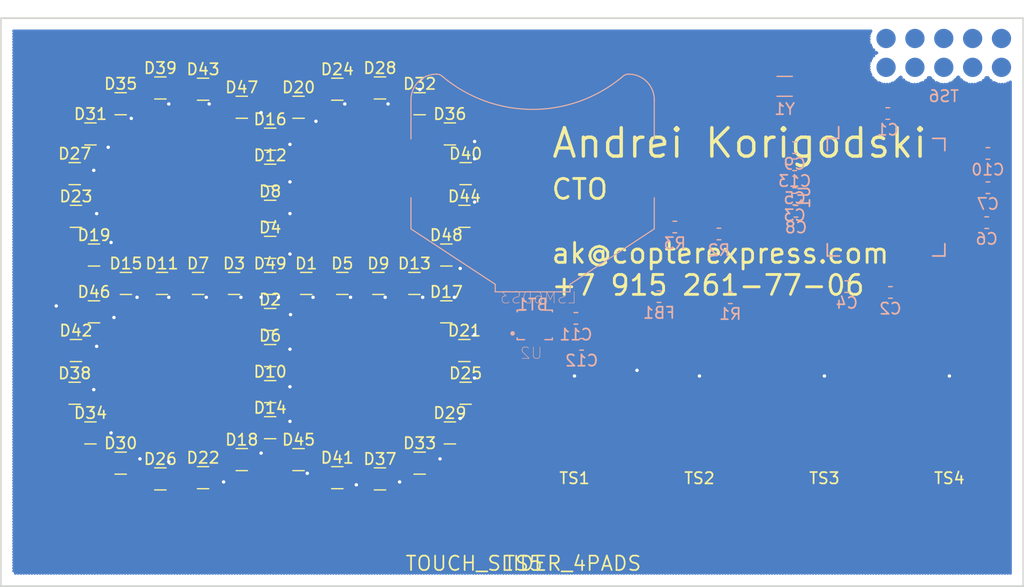
<source format=kicad_pcb>
(kicad_pcb (version 20171130) (host pcbnew 5.0.2+dfsg1-1~bpo9+1)
  (layers (0 F.Cu signal) (31 B.Cu signal) (34 B.Paste user) (35 F.Paste user hide) (36 B.SilkS user) (37 F.SilkS user hide) (38 B.Mask user) (39 F.Mask user hide) (44 Edge.Cuts user))
  (net 0 "")
  (net 1 LED_K0)
  (net 2 LED_K1)
  (net 3 LED_A0)
  (net 4 LED_K3)
  (net 5 LED_K2)
  (net 6 LED_K4)
  (net 7 LED_K5)
  (net 8 LED_K7)
  (net 9 LED_K6)
  (net 10 LED_K8)
  (net 11 LED_A1)
  (net 12 LED_A2)
  (net 13 LED_A3)
  (net 14 LED_A4)
  (net 15 LED_A5)
  (net 16 LED_A6)
  (net 17 LED_A7)
  (net 18 LED_A8)
  (net 19 VDD)
  (net 20 N$2)
  (net 21 MCU_AVDD)
  (net 22 GND)
  (net 23 N$7)
  (net 24 N$6)
  (net 25 N$13)
  (net 26 N$14)
  (net 27 N$5)
  (net 28 N$19)
  (net 29 N$20)
  (net 30 N$16)
  (net 31 N$15)
  (net 32 N$17)
  (net 33 N$18)
  (net 34 N$12)
  (net 35 N$11)
  (net 36 TOUCH_PAD0)
  (net 37 N$1)
  (net 38 TOUCH_PAD1)
  (net 39 TOUCH_PAD2)
  (net 40 TOUCH_PAD3)
  (net 41 N$21)
  (net 42 N$22)
  (net 43 N$23)
  (net 44 N$24)
  (net 45 N$8)
  (net 46 N$10)
  (net 47 N$9)
  (net 48 N$25)
  (net 49 N$26)
  (net 50 LED_K9)
  (net 51 LED_K10)
  (net 52 LED_K11)
  (module footprints:LED_DUAL_0606 (layer F.Cu) (at 126.884 103.351)
    (fp_text reference D1 (at 0 -1.75) (layer F.SilkS))
    (fp_text value LED_Dual_AACC)
    (pad 3 smd rect (at 0.725 -0.425) (size 0.85 0.65) (layers F.Cu F.Paste F.Mask) (net 1 LED_K0))
    (pad 4 smd rect (at 0.725 0.425) (size 0.85 0.65) (layers F.Cu F.Paste F.Mask) (net 1 LED_K0))
    (pad 2 smd rect (at -0.725 0.425) (size 0.85 0.65) (layers F.Cu F.Paste F.Mask) (net 11 LED_A1))
    (pad 1 smd rect (at -0.725 -0.425) (size 0.85 0.65) (layers F.Cu F.Paste F.Mask) (net 3 LED_A0))
  )
  (module footprints:LED_DUAL_0606 (layer F.Cu) (at 123.709 106.526)
    (fp_text reference D2 (at 0 -1.75) (layer F.SilkS))
    (fp_text value LED_Dual_AACC)
    (pad 3 smd rect (at 0.725 -0.425) (size 0.85 0.65) (layers F.Cu F.Paste F.Mask) (net 1 LED_K0))
    (pad 4 smd rect (at 0.725 0.425) (size 0.85 0.65) (layers F.Cu F.Paste F.Mask) (net 1 LED_K0))
    (pad 2 smd rect (at -0.725 0.425) (size 0.85 0.65) (layers F.Cu F.Paste F.Mask) (net 13 LED_A3))
    (pad 1 smd rect (at -0.725 -0.425) (size 0.85 0.65) (layers F.Cu F.Paste F.Mask) (net 12 LED_A2))
  )
  (module footprints:LED_DUAL_0606 (layer F.Cu) (at 120.534 103.351)
    (fp_text reference D3 (at 0 -1.75) (layer F.SilkS))
    (fp_text value LED_Dual_AACC)
    (pad 3 smd rect (at 0.725 -0.425) (size 0.85 0.65) (layers F.Cu F.Paste F.Mask) (net 1 LED_K0))
    (pad 4 smd rect (at 0.725 0.425) (size 0.85 0.65) (layers F.Cu F.Paste F.Mask) (net 1 LED_K0))
    (pad 2 smd rect (at -0.725 0.425) (size 0.85 0.65) (layers F.Cu F.Paste F.Mask) (net 15 LED_A5))
    (pad 1 smd rect (at -0.725 -0.425) (size 0.85 0.65) (layers F.Cu F.Paste F.Mask) (net 14 LED_A4))
  )
  (module footprints:LED_DUAL_0606 (layer F.Cu) (at 123.709 100.176)
    (fp_text reference D4 (at 0 -1.75) (layer F.SilkS))
    (fp_text value LED_Dual_AACC)
    (pad 3 smd rect (at 0.725 -0.425) (size 0.85 0.65) (layers F.Cu F.Paste F.Mask) (net 1 LED_K0))
    (pad 4 smd rect (at 0.725 0.425) (size 0.85 0.65) (layers F.Cu F.Paste F.Mask) (net 1 LED_K0))
    (pad 2 smd rect (at -0.725 0.425) (size 0.85 0.65) (layers F.Cu F.Paste F.Mask) (net 17 LED_A7))
    (pad 1 smd rect (at -0.725 -0.425) (size 0.85 0.65) (layers F.Cu F.Paste F.Mask) (net 16 LED_A6))
  )
  (module footprints:LED_DUAL_0606 (layer F.Cu) (at 130.059 103.351)
    (fp_text reference D5 (at 0 -1.75) (layer F.SilkS))
    (fp_text value LED_Dual_AACC)
    (pad 3 smd rect (at 0.725 -0.425) (size 0.85 0.65) (layers F.Cu F.Paste F.Mask) (net 2 LED_K1))
    (pad 4 smd rect (at 0.725 0.425) (size 0.85 0.65) (layers F.Cu F.Paste F.Mask) (net 2 LED_K1))
    (pad 2 smd rect (at -0.725 0.425) (size 0.85 0.65) (layers F.Cu F.Paste F.Mask) (net 11 LED_A1))
    (pad 1 smd rect (at -0.725 -0.425) (size 0.85 0.65) (layers F.Cu F.Paste F.Mask) (net 3 LED_A0))
  )
  (module footprints:LED_DUAL_0606 (layer F.Cu) (at 123.709 109.701)
    (fp_text reference D6 (at 0 -1.75) (layer F.SilkS))
    (fp_text value LED_Dual_AACC)
    (pad 3 smd rect (at 0.725 -0.425) (size 0.85 0.65) (layers F.Cu F.Paste F.Mask) (net 2 LED_K1))
    (pad 4 smd rect (at 0.725 0.425) (size 0.85 0.65) (layers F.Cu F.Paste F.Mask) (net 2 LED_K1))
    (pad 2 smd rect (at -0.725 0.425) (size 0.85 0.65) (layers F.Cu F.Paste F.Mask) (net 13 LED_A3))
    (pad 1 smd rect (at -0.725 -0.425) (size 0.85 0.65) (layers F.Cu F.Paste F.Mask) (net 12 LED_A2))
  )
  (module footprints:LED_DUAL_0606 (layer F.Cu) (at 117.359 103.351)
    (fp_text reference D7 (at 0 -1.75) (layer F.SilkS))
    (fp_text value LED_Dual_AACC)
    (pad 3 smd rect (at 0.725 -0.425) (size 0.85 0.65) (layers F.Cu F.Paste F.Mask) (net 2 LED_K1))
    (pad 4 smd rect (at 0.725 0.425) (size 0.85 0.65) (layers F.Cu F.Paste F.Mask) (net 2 LED_K1))
    (pad 2 smd rect (at -0.725 0.425) (size 0.85 0.65) (layers F.Cu F.Paste F.Mask) (net 15 LED_A5))
    (pad 1 smd rect (at -0.725 -0.425) (size 0.85 0.65) (layers F.Cu F.Paste F.Mask) (net 14 LED_A4))
  )
  (module footprints:LED_DUAL_0606 (layer F.Cu) (at 123.709 97.001)
    (fp_text reference D8 (at 0 -1.75) (layer F.SilkS))
    (fp_text value LED_Dual_AACC)
    (pad 3 smd rect (at 0.725 -0.425) (size 0.85 0.65) (layers F.Cu F.Paste F.Mask) (net 2 LED_K1))
    (pad 4 smd rect (at 0.725 0.425) (size 0.85 0.65) (layers F.Cu F.Paste F.Mask) (net 2 LED_K1))
    (pad 2 smd rect (at -0.725 0.425) (size 0.85 0.65) (layers F.Cu F.Paste F.Mask) (net 17 LED_A7))
    (pad 1 smd rect (at -0.725 -0.425) (size 0.85 0.65) (layers F.Cu F.Paste F.Mask) (net 16 LED_A6))
  )
  (module footprints:LED_DUAL_0606 (layer F.Cu) (at 133.234 103.351)
    (fp_text reference D9 (at 0 -1.75) (layer F.SilkS))
    (fp_text value LED_Dual_AACC)
    (pad 3 smd rect (at 0.725 -0.425) (size 0.85 0.65) (layers F.Cu F.Paste F.Mask) (net 5 LED_K2))
    (pad 4 smd rect (at 0.725 0.425) (size 0.85 0.65) (layers F.Cu F.Paste F.Mask) (net 5 LED_K2))
    (pad 2 smd rect (at -0.725 0.425) (size 0.85 0.65) (layers F.Cu F.Paste F.Mask) (net 11 LED_A1))
    (pad 1 smd rect (at -0.725 -0.425) (size 0.85 0.65) (layers F.Cu F.Paste F.Mask) (net 3 LED_A0))
  )
  (module footprints:LED_DUAL_0606 (layer F.Cu) (at 123.709 112.875999)
    (fp_text reference D10 (at 0 -1.75) (layer F.SilkS))
    (fp_text value LED_Dual_AACC)
    (pad 3 smd rect (at 0.725 -0.425) (size 0.85 0.65) (layers F.Cu F.Paste F.Mask) (net 5 LED_K2))
    (pad 4 smd rect (at 0.725 0.425) (size 0.85 0.65) (layers F.Cu F.Paste F.Mask) (net 5 LED_K2))
    (pad 2 smd rect (at -0.725 0.425) (size 0.85 0.65) (layers F.Cu F.Paste F.Mask) (net 13 LED_A3))
    (pad 1 smd rect (at -0.725 -0.425) (size 0.85 0.65) (layers F.Cu F.Paste F.Mask) (net 12 LED_A2))
  )
  (module footprints:LED_DUAL_0606 (layer F.Cu) (at 114.184 103.351)
    (fp_text reference D11 (at 0 -1.75) (layer F.SilkS))
    (fp_text value LED_Dual_AACC)
    (pad 3 smd rect (at 0.725 -0.425) (size 0.85 0.65) (layers F.Cu F.Paste F.Mask) (net 5 LED_K2))
    (pad 4 smd rect (at 0.725 0.425) (size 0.85 0.65) (layers F.Cu F.Paste F.Mask) (net 5 LED_K2))
    (pad 2 smd rect (at -0.725 0.425) (size 0.85 0.65) (layers F.Cu F.Paste F.Mask) (net 15 LED_A5))
    (pad 1 smd rect (at -0.725 -0.425) (size 0.85 0.65) (layers F.Cu F.Paste F.Mask) (net 14 LED_A4))
  )
  (module footprints:LED_DUAL_0606 (layer F.Cu) (at 123.709 93.826)
    (fp_text reference D12 (at 0 -1.75) (layer F.SilkS))
    (fp_text value LED_Dual_AACC)
    (pad 3 smd rect (at 0.725 -0.425) (size 0.85 0.65) (layers F.Cu F.Paste F.Mask) (net 5 LED_K2))
    (pad 4 smd rect (at 0.725 0.425) (size 0.85 0.65) (layers F.Cu F.Paste F.Mask) (net 5 LED_K2))
    (pad 2 smd rect (at -0.725 0.425) (size 0.85 0.65) (layers F.Cu F.Paste F.Mask) (net 17 LED_A7))
    (pad 1 smd rect (at -0.725 -0.425) (size 0.85 0.65) (layers F.Cu F.Paste F.Mask) (net 16 LED_A6))
  )
  (module footprints:LED_DUAL_0606 (layer F.Cu) (at 136.409 103.351)
    (fp_text reference D13 (at 0 -1.75) (layer F.SilkS))
    (fp_text value LED_Dual_AACC)
    (pad 3 smd rect (at 0.725 -0.425) (size 0.85 0.65) (layers F.Cu F.Paste F.Mask) (net 4 LED_K3))
    (pad 4 smd rect (at 0.725 0.425) (size 0.85 0.65) (layers F.Cu F.Paste F.Mask) (net 4 LED_K3))
    (pad 2 smd rect (at -0.725 0.425) (size 0.85 0.65) (layers F.Cu F.Paste F.Mask) (net 11 LED_A1))
    (pad 1 smd rect (at -0.725 -0.425) (size 0.85 0.65) (layers F.Cu F.Paste F.Mask) (net 3 LED_A0))
  )
  (module footprints:LED_DUAL_0606 (layer F.Cu) (at 123.709 116.051)
    (fp_text reference D14 (at 0 -1.75) (layer F.SilkS))
    (fp_text value LED_Dual_AACC)
    (pad 3 smd rect (at 0.725 -0.425) (size 0.85 0.65) (layers F.Cu F.Paste F.Mask) (net 4 LED_K3))
    (pad 4 smd rect (at 0.725 0.425) (size 0.85 0.65) (layers F.Cu F.Paste F.Mask) (net 4 LED_K3))
    (pad 2 smd rect (at -0.725 0.425) (size 0.85 0.65) (layers F.Cu F.Paste F.Mask) (net 13 LED_A3))
    (pad 1 smd rect (at -0.725 -0.425) (size 0.85 0.65) (layers F.Cu F.Paste F.Mask) (net 12 LED_A2))
  )
  (module footprints:LED_DUAL_0606 (layer F.Cu) (at 111.009 103.351)
    (fp_text reference D15 (at 0 -1.75) (layer F.SilkS))
    (fp_text value LED_Dual_AACC)
    (pad 3 smd rect (at 0.725 -0.425) (size 0.85 0.65) (layers F.Cu F.Paste F.Mask) (net 4 LED_K3))
    (pad 4 smd rect (at 0.725 0.425) (size 0.85 0.65) (layers F.Cu F.Paste F.Mask) (net 4 LED_K3))
    (pad 2 smd rect (at -0.725 0.425) (size 0.85 0.65) (layers F.Cu F.Paste F.Mask) (net 15 LED_A5))
    (pad 1 smd rect (at -0.725 -0.425) (size 0.85 0.65) (layers F.Cu F.Paste F.Mask) (net 14 LED_A4))
  )
  (module footprints:LED_DUAL_0606 (layer F.Cu) (at 123.709 90.651)
    (fp_text reference D16 (at 0 -1.75) (layer F.SilkS))
    (fp_text value LED_Dual_AACC)
    (pad 3 smd rect (at 0.725 -0.425) (size 0.85 0.65) (layers F.Cu F.Paste F.Mask) (net 4 LED_K3))
    (pad 4 smd rect (at 0.725 0.425) (size 0.85 0.65) (layers F.Cu F.Paste F.Mask) (net 4 LED_K3))
    (pad 2 smd rect (at -0.725 0.425) (size 0.85 0.65) (layers F.Cu F.Paste F.Mask) (net 17 LED_A7))
    (pad 1 smd rect (at -0.725 -0.425) (size 0.85 0.65) (layers F.Cu F.Paste F.Mask) (net 16 LED_A6))
  )
  (module footprints:LED_DUAL_0606 (layer F.Cu) (at 139.217852 105.850666)
    (fp_text reference D17 (at 0 -1.75) (layer F.SilkS))
    (fp_text value LED_Dual_AACC)
    (pad 3 smd rect (at 0.725 -0.425) (size 0.85 0.65) (layers F.Cu F.Paste F.Mask) (net 6 LED_K4))
    (pad 4 smd rect (at 0.725 0.425) (size 0.85 0.65) (layers F.Cu F.Paste F.Mask) (net 6 LED_K4))
    (pad 2 smd rect (at -0.725 0.425) (size 0.85 0.65) (layers F.Cu F.Paste F.Mask) (net 11 LED_A1))
    (pad 1 smd rect (at -0.725 -0.425) (size 0.85 0.65) (layers F.Cu F.Paste F.Mask) (net 3 LED_A0))
  )
  (module footprints:LED_DUAL_0606 (layer F.Cu) (at 121.209333 118.859852)
    (fp_text reference D18 (at 0 -1.75) (layer F.SilkS))
    (fp_text value LED_Dual_AACC)
    (pad 3 smd rect (at 0.725 -0.425) (size 0.85 0.65) (layers F.Cu F.Paste F.Mask) (net 6 LED_K4))
    (pad 4 smd rect (at 0.725 0.425) (size 0.85 0.65) (layers F.Cu F.Paste F.Mask) (net 6 LED_K4))
    (pad 2 smd rect (at -0.725 0.425) (size 0.85 0.65) (layers F.Cu F.Paste F.Mask) (net 13 LED_A3))
    (pad 1 smd rect (at -0.725 -0.425) (size 0.85 0.65) (layers F.Cu F.Paste F.Mask) (net 12 LED_A2))
  )
  (module footprints:LED_DUAL_0606 (layer F.Cu) (at 108.200147 100.851333)
    (fp_text reference D19 (at 0 -1.75) (layer F.SilkS))
    (fp_text value LED_Dual_AACC)
    (pad 3 smd rect (at 0.725 -0.425) (size 0.85 0.65) (layers F.Cu F.Paste F.Mask) (net 6 LED_K4))
    (pad 4 smd rect (at 0.725 0.425) (size 0.85 0.65) (layers F.Cu F.Paste F.Mask) (net 6 LED_K4))
    (pad 2 smd rect (at -0.725 0.425) (size 0.85 0.65) (layers F.Cu F.Paste F.Mask) (net 15 LED_A5))
    (pad 1 smd rect (at -0.725 -0.425) (size 0.85 0.65) (layers F.Cu F.Paste F.Mask) (net 14 LED_A4))
  )
  (module footprints:LED_DUAL_0606 (layer F.Cu) (at 126.208666 87.842147)
    (fp_text reference D20 (at 0 -1.75) (layer F.SilkS))
    (fp_text value LED_Dual_AACC)
    (pad 3 smd rect (at 0.725 -0.425) (size 0.85 0.65) (layers F.Cu F.Paste F.Mask) (net 6 LED_K4))
    (pad 4 smd rect (at 0.725 0.425) (size 0.85 0.65) (layers F.Cu F.Paste F.Mask) (net 6 LED_K4))
    (pad 2 smd rect (at -0.725 0.425) (size 0.85 0.65) (layers F.Cu F.Paste F.Mask) (net 17 LED_A7))
    (pad 1 smd rect (at -0.725 -0.425) (size 0.85 0.65) (layers F.Cu F.Paste F.Mask) (net 16 LED_A6))
  )
  (module footprints:LED_DUAL_0606 (layer F.Cu) (at 140.806919 109.258431)
    (fp_text reference D21 (at 0 -1.75) (layer F.SilkS))
    (fp_text value LED_Dual_AACC)
    (pad 3 smd rect (at 0.725 -0.425) (size 0.85 0.65) (layers F.Cu F.Paste F.Mask) (net 7 LED_K5))
    (pad 4 smd rect (at 0.725 0.425) (size 0.85 0.65) (layers F.Cu F.Paste F.Mask) (net 7 LED_K5))
    (pad 2 smd rect (at -0.725 0.425) (size 0.85 0.65) (layers F.Cu F.Paste F.Mask) (net 11 LED_A1))
    (pad 1 smd rect (at -0.725 -0.425) (size 0.85 0.65) (layers F.Cu F.Paste F.Mask) (net 3 LED_A0))
  )
  (module footprints:LED_DUAL_0606 (layer F.Cu) (at 117.801568 120.448919)
    (fp_text reference D22 (at 0 -1.75) (layer F.SilkS))
    (fp_text value LED_Dual_AACC)
    (pad 3 smd rect (at 0.725 -0.425) (size 0.85 0.65) (layers F.Cu F.Paste F.Mask) (net 7 LED_K5))
    (pad 4 smd rect (at 0.725 0.425) (size 0.85 0.65) (layers F.Cu F.Paste F.Mask) (net 7 LED_K5))
    (pad 2 smd rect (at -0.725 0.425) (size 0.85 0.65) (layers F.Cu F.Paste F.Mask) (net 13 LED_A3))
    (pad 1 smd rect (at -0.725 -0.425) (size 0.85 0.65) (layers F.Cu F.Paste F.Mask) (net 12 LED_A2))
  )
  (module footprints:LED_DUAL_0606 (layer F.Cu) (at 106.61108 97.443568)
    (fp_text reference D23 (at 0 -1.75) (layer F.SilkS))
    (fp_text value LED_Dual_AACC)
    (pad 3 smd rect (at 0.725 -0.425) (size 0.85 0.65) (layers F.Cu F.Paste F.Mask) (net 7 LED_K5))
    (pad 4 smd rect (at 0.725 0.425) (size 0.85 0.65) (layers F.Cu F.Paste F.Mask) (net 7 LED_K5))
    (pad 2 smd rect (at -0.725 0.425) (size 0.85 0.65) (layers F.Cu F.Paste F.Mask) (net 15 LED_A5))
    (pad 1 smd rect (at -0.725 -0.425) (size 0.85 0.65) (layers F.Cu F.Paste F.Mask) (net 14 LED_A4))
  )
  (module footprints:LED_DUAL_0606 (layer F.Cu) (at 129.616431 86.25308)
    (fp_text reference D24 (at 0 -1.75) (layer F.SilkS))
    (fp_text value LED_Dual_AACC)
    (pad 3 smd rect (at 0.725 -0.425) (size 0.85 0.65) (layers F.Cu F.Paste F.Mask) (net 7 LED_K5))
    (pad 4 smd rect (at 0.725 0.425) (size 0.85 0.65) (layers F.Cu F.Paste F.Mask) (net 7 LED_K5))
    (pad 2 smd rect (at -0.725 0.425) (size 0.85 0.65) (layers F.Cu F.Paste F.Mask) (net 17 LED_A7))
    (pad 1 smd rect (at -0.725 -0.425) (size 0.85 0.65) (layers F.Cu F.Paste F.Mask) (net 16 LED_A6))
  )
  (module footprints:LED_DUAL_0606 (layer F.Cu) (at 140.916279 113.016892)
    (fp_text reference D25 (at 0 -1.75) (layer F.SilkS))
    (fp_text value LED_Dual_AACC)
    (pad 3 smd rect (at 0.725 -0.425) (size 0.85 0.65) (layers F.Cu F.Paste F.Mask) (net 9 LED_K6))
    (pad 4 smd rect (at 0.725 0.425) (size 0.85 0.65) (layers F.Cu F.Paste F.Mask) (net 9 LED_K6))
    (pad 2 smd rect (at -0.725 0.425) (size 0.85 0.65) (layers F.Cu F.Paste F.Mask) (net 3 LED_A0))
    (pad 1 smd rect (at -0.725 -0.425) (size 0.85 0.65) (layers F.Cu F.Paste F.Mask) (net 11 LED_A1))
  )
  (module footprints:LED_DUAL_0606 (layer F.Cu) (at 114.043107 120.558279)
    (fp_text reference D26 (at 0 -1.75) (layer F.SilkS))
    (fp_text value LED_Dual_AACC)
    (pad 3 smd rect (at 0.725 -0.425) (size 0.85 0.65) (layers F.Cu F.Paste F.Mask) (net 9 LED_K6))
    (pad 4 smd rect (at 0.725 0.425) (size 0.85 0.65) (layers F.Cu F.Paste F.Mask) (net 9 LED_K6))
    (pad 2 smd rect (at -0.725 0.425) (size 0.85 0.65) (layers F.Cu F.Paste F.Mask) (net 12 LED_A2))
    (pad 1 smd rect (at -0.725 -0.425) (size 0.85 0.65) (layers F.Cu F.Paste F.Mask) (net 13 LED_A3))
  )
  (module footprints:LED_DUAL_0606 (layer F.Cu) (at 106.50172 93.685107)
    (fp_text reference D27 (at 0 -1.75) (layer F.SilkS))
    (fp_text value LED_Dual_AACC)
    (pad 3 smd rect (at 0.725 -0.425) (size 0.85 0.65) (layers F.Cu F.Paste F.Mask) (net 9 LED_K6))
    (pad 4 smd rect (at 0.725 0.425) (size 0.85 0.65) (layers F.Cu F.Paste F.Mask) (net 9 LED_K6))
    (pad 2 smd rect (at -0.725 0.425) (size 0.85 0.65) (layers F.Cu F.Paste F.Mask) (net 14 LED_A4))
    (pad 1 smd rect (at -0.725 -0.425) (size 0.85 0.65) (layers F.Cu F.Paste F.Mask) (net 15 LED_A5))
  )
  (module footprints:LED_DUAL_0606 (layer F.Cu) (at 133.374892 86.14372)
    (fp_text reference D28 (at 0 -1.75) (layer F.SilkS))
    (fp_text value LED_Dual_AACC)
    (pad 3 smd rect (at 0.725 -0.425) (size 0.85 0.65) (layers F.Cu F.Paste F.Mask) (net 9 LED_K6))
    (pad 4 smd rect (at 0.725 0.425) (size 0.85 0.65) (layers F.Cu F.Paste F.Mask) (net 9 LED_K6))
    (pad 2 smd rect (at -0.725 0.425) (size 0.85 0.65) (layers F.Cu F.Paste F.Mask) (net 16 LED_A6))
    (pad 1 smd rect (at -0.725 -0.425) (size 0.85 0.65) (layers F.Cu F.Paste F.Mask) (net 17 LED_A7))
  )
  (module footprints:LED_DUAL_0606 (layer F.Cu) (at 139.528045 116.511287)
    (fp_text reference D29 (at 0 -1.75) (layer F.SilkS))
    (fp_text value LED_Dual_AACC)
    (pad 3 smd rect (at 0.725 -0.425) (size 0.85 0.65) (layers F.Cu F.Paste F.Mask) (net 8 LED_K7))
    (pad 4 smd rect (at 0.725 0.425) (size 0.85 0.65) (layers F.Cu F.Paste F.Mask) (net 8 LED_K7))
    (pad 2 smd rect (at -0.725 0.425) (size 0.85 0.65) (layers F.Cu F.Paste F.Mask) (net 3 LED_A0))
    (pad 1 smd rect (at -0.725 -0.425) (size 0.85 0.65) (layers F.Cu F.Paste F.Mask) (net 11 LED_A1))
  )
  (module footprints:LED_DUAL_0606 (layer F.Cu) (at 110.548712 119.170045)
    (fp_text reference D30 (at 0 -1.75) (layer F.SilkS))
    (fp_text value LED_Dual_AACC)
    (pad 3 smd rect (at 0.725 -0.425) (size 0.85 0.65) (layers F.Cu F.Paste F.Mask) (net 8 LED_K7))
    (pad 4 smd rect (at 0.725 0.425) (size 0.85 0.65) (layers F.Cu F.Paste F.Mask) (net 8 LED_K7))
    (pad 2 smd rect (at -0.725 0.425) (size 0.85 0.65) (layers F.Cu F.Paste F.Mask) (net 12 LED_A2))
    (pad 1 smd rect (at -0.725 -0.425) (size 0.85 0.65) (layers F.Cu F.Paste F.Mask) (net 13 LED_A3))
  )
  (module footprints:LED_DUAL_0606 (layer F.Cu) (at 107.889954 90.190712)
    (fp_text reference D31 (at 0 -1.75) (layer F.SilkS))
    (fp_text value LED_Dual_AACC)
    (pad 3 smd rect (at 0.725 -0.425) (size 0.85 0.65) (layers F.Cu F.Paste F.Mask) (net 8 LED_K7))
    (pad 4 smd rect (at 0.725 0.425) (size 0.85 0.65) (layers F.Cu F.Paste F.Mask) (net 8 LED_K7))
    (pad 2 smd rect (at -0.725 0.425) (size 0.85 0.65) (layers F.Cu F.Paste F.Mask) (net 14 LED_A4))
    (pad 1 smd rect (at -0.725 -0.425) (size 0.85 0.65) (layers F.Cu F.Paste F.Mask) (net 15 LED_A5))
  )
  (module footprints:LED_DUAL_0606 (layer F.Cu) (at 136.869287 87.531954)
    (fp_text reference D32 (at 0 -1.75) (layer F.SilkS))
    (fp_text value LED_Dual_AACC)
    (pad 3 smd rect (at 0.725 -0.425) (size 0.85 0.65) (layers F.Cu F.Paste F.Mask) (net 8 LED_K7))
    (pad 4 smd rect (at 0.725 0.425) (size 0.85 0.65) (layers F.Cu F.Paste F.Mask) (net 8 LED_K7))
    (pad 2 smd rect (at -0.725 0.425) (size 0.85 0.65) (layers F.Cu F.Paste F.Mask) (net 16 LED_A6))
    (pad 1 smd rect (at -0.725 -0.425) (size 0.85 0.65) (layers F.Cu F.Paste F.Mask) (net 17 LED_A7))
  )
  (module footprints:LED_DUAL_0606 (layer F.Cu) (at 136.869287 119.170045)
    (fp_text reference D33 (at 0 -1.75) (layer F.SilkS))
    (fp_text value LED_Dual_AACC)
    (pad 3 smd rect (at 0.725 -0.425) (size 0.85 0.65) (layers F.Cu F.Paste F.Mask) (net 10 LED_K8))
    (pad 4 smd rect (at 0.725 0.425) (size 0.85 0.65) (layers F.Cu F.Paste F.Mask) (net 10 LED_K8))
    (pad 2 smd rect (at -0.725 0.425) (size 0.85 0.65) (layers F.Cu F.Paste F.Mask) (net 3 LED_A0))
    (pad 1 smd rect (at -0.725 -0.425) (size 0.85 0.65) (layers F.Cu F.Paste F.Mask) (net 11 LED_A1))
  )
  (module footprints:LED_DUAL_0606 (layer F.Cu) (at 107.889954 116.511287)
    (fp_text reference D34 (at 0 -1.75) (layer F.SilkS))
    (fp_text value LED_Dual_AACC)
    (pad 3 smd rect (at 0.725 -0.425) (size 0.85 0.65) (layers F.Cu F.Paste F.Mask) (net 10 LED_K8))
    (pad 4 smd rect (at 0.725 0.425) (size 0.85 0.65) (layers F.Cu F.Paste F.Mask) (net 10 LED_K8))
    (pad 2 smd rect (at -0.725 0.425) (size 0.85 0.65) (layers F.Cu F.Paste F.Mask) (net 12 LED_A2))
    (pad 1 smd rect (at -0.725 -0.425) (size 0.85 0.65) (layers F.Cu F.Paste F.Mask) (net 13 LED_A3))
  )
  (module footprints:LED_DUAL_0606 (layer F.Cu) (at 110.548712 87.531954)
    (fp_text reference D35 (at 0 -1.75) (layer F.SilkS))
    (fp_text value LED_Dual_AACC)
    (pad 3 smd rect (at 0.725 -0.425) (size 0.85 0.65) (layers F.Cu F.Paste F.Mask) (net 10 LED_K8))
    (pad 4 smd rect (at 0.725 0.425) (size 0.85 0.65) (layers F.Cu F.Paste F.Mask) (net 10 LED_K8))
    (pad 2 smd rect (at -0.725 0.425) (size 0.85 0.65) (layers F.Cu F.Paste F.Mask) (net 14 LED_A4))
    (pad 1 smd rect (at -0.725 -0.425) (size 0.85 0.65) (layers F.Cu F.Paste F.Mask) (net 15 LED_A5))
  )
  (module footprints:LED_DUAL_0606 (layer F.Cu) (at 139.528045 90.190712)
    (fp_text reference D36 (at 0 -1.75) (layer F.SilkS))
    (fp_text value LED_Dual_AACC)
    (pad 3 smd rect (at 0.725 -0.425) (size 0.85 0.65) (layers F.Cu F.Paste F.Mask) (net 10 LED_K8))
    (pad 4 smd rect (at 0.725 0.425) (size 0.85 0.65) (layers F.Cu F.Paste F.Mask) (net 10 LED_K8))
    (pad 2 smd rect (at -0.725 0.425) (size 0.85 0.65) (layers F.Cu F.Paste F.Mask) (net 16 LED_A6))
    (pad 1 smd rect (at -0.725 -0.425) (size 0.85 0.65) (layers F.Cu F.Paste F.Mask) (net 17 LED_A7))
  )
  (module footprints:LED_DUAL_0606 (layer F.Cu) (at 133.374892 120.558279)
    (fp_text reference D37 (at 0 -1.75) (layer F.SilkS))
    (fp_text value LED_Dual_AACC)
    (pad 3 smd rect (at 0.725 -0.425) (size 0.85 0.65) (layers F.Cu F.Paste F.Mask) (net 50 LED_K9))
    (pad 4 smd rect (at 0.725 0.425) (size 0.85 0.65) (layers F.Cu F.Paste F.Mask) (net 50 LED_K9))
    (pad 2 smd rect (at -0.725 0.425) (size 0.85 0.65) (layers F.Cu F.Paste F.Mask) (net 3 LED_A0))
    (pad 1 smd rect (at -0.725 -0.425) (size 0.85 0.65) (layers F.Cu F.Paste F.Mask) (net 11 LED_A1))
  )
  (module footprints:LED_DUAL_0606 (layer F.Cu) (at 106.50172 113.016892)
    (fp_text reference D38 (at 0 -1.75) (layer F.SilkS))
    (fp_text value LED_Dual_AACC)
    (pad 3 smd rect (at 0.725 -0.425) (size 0.85 0.65) (layers F.Cu F.Paste F.Mask) (net 50 LED_K9))
    (pad 4 smd rect (at 0.725 0.425) (size 0.85 0.65) (layers F.Cu F.Paste F.Mask) (net 50 LED_K9))
    (pad 2 smd rect (at -0.725 0.425) (size 0.85 0.65) (layers F.Cu F.Paste F.Mask) (net 12 LED_A2))
    (pad 1 smd rect (at -0.725 -0.425) (size 0.85 0.65) (layers F.Cu F.Paste F.Mask) (net 13 LED_A3))
  )
  (module footprints:LED_DUAL_0606 (layer F.Cu) (at 114.043107 86.14372)
    (fp_text reference D39 (at 0 -1.75) (layer F.SilkS))
    (fp_text value LED_Dual_AACC)
    (pad 3 smd rect (at 0.725 -0.425) (size 0.85 0.65) (layers F.Cu F.Paste F.Mask) (net 50 LED_K9))
    (pad 4 smd rect (at 0.725 0.425) (size 0.85 0.65) (layers F.Cu F.Paste F.Mask) (net 50 LED_K9))
    (pad 2 smd rect (at -0.725 0.425) (size 0.85 0.65) (layers F.Cu F.Paste F.Mask) (net 14 LED_A4))
    (pad 1 smd rect (at -0.725 -0.425) (size 0.85 0.65) (layers F.Cu F.Paste F.Mask) (net 15 LED_A5))
  )
  (module footprints:LED_DUAL_0606 (layer F.Cu) (at 140.916279 93.685107)
    (fp_text reference D40 (at 0 -1.75) (layer F.SilkS))
    (fp_text value LED_Dual_AACC)
    (pad 3 smd rect (at 0.725 -0.425) (size 0.85 0.65) (layers F.Cu F.Paste F.Mask) (net 50 LED_K9))
    (pad 4 smd rect (at 0.725 0.425) (size 0.85 0.65) (layers F.Cu F.Paste F.Mask) (net 50 LED_K9))
    (pad 2 smd rect (at -0.725 0.425) (size 0.85 0.65) (layers F.Cu F.Paste F.Mask) (net 16 LED_A6))
    (pad 1 smd rect (at -0.725 -0.425) (size 0.85 0.65) (layers F.Cu F.Paste F.Mask) (net 17 LED_A7))
  )
  (module footprints:LED_DUAL_0606 (layer F.Cu) (at 129.616431 120.448919)
    (fp_text reference D41 (at 0 -1.75) (layer F.SilkS))
    (fp_text value LED_Dual_AACC)
    (pad 3 smd rect (at 0.725 -0.425) (size 0.85 0.65) (layers F.Cu F.Paste F.Mask) (net 51 LED_K10))
    (pad 4 smd rect (at 0.725 0.425) (size 0.85 0.65) (layers F.Cu F.Paste F.Mask) (net 51 LED_K10))
    (pad 2 smd rect (at -0.725 0.425) (size 0.85 0.65) (layers F.Cu F.Paste F.Mask) (net 3 LED_A0))
    (pad 1 smd rect (at -0.725 -0.425) (size 0.85 0.65) (layers F.Cu F.Paste F.Mask) (net 11 LED_A1))
  )
  (module footprints:LED_DUAL_0606 (layer F.Cu) (at 106.61108 109.258431)
    (fp_text reference D42 (at 0 -1.75) (layer F.SilkS))
    (fp_text value LED_Dual_AACC)
    (pad 3 smd rect (at 0.725 -0.425) (size 0.85 0.65) (layers F.Cu F.Paste F.Mask) (net 51 LED_K10))
    (pad 4 smd rect (at 0.725 0.425) (size 0.85 0.65) (layers F.Cu F.Paste F.Mask) (net 51 LED_K10))
    (pad 2 smd rect (at -0.725 0.425) (size 0.85 0.65) (layers F.Cu F.Paste F.Mask) (net 12 LED_A2))
    (pad 1 smd rect (at -0.725 -0.425) (size 0.85 0.65) (layers F.Cu F.Paste F.Mask) (net 13 LED_A3))
  )
  (module footprints:LED_DUAL_0606 (layer F.Cu) (at 117.801568 86.25308)
    (fp_text reference D43 (at 0 -1.75) (layer F.SilkS))
    (fp_text value LED_Dual_AACC)
    (pad 3 smd rect (at 0.725 -0.425) (size 0.85 0.65) (layers F.Cu F.Paste F.Mask) (net 51 LED_K10))
    (pad 4 smd rect (at 0.725 0.425) (size 0.85 0.65) (layers F.Cu F.Paste F.Mask) (net 51 LED_K10))
    (pad 2 smd rect (at -0.725 0.425) (size 0.85 0.65) (layers F.Cu F.Paste F.Mask) (net 14 LED_A4))
    (pad 1 smd rect (at -0.725 -0.425) (size 0.85 0.65) (layers F.Cu F.Paste F.Mask) (net 15 LED_A5))
  )
  (module footprints:LED_DUAL_0606 (layer F.Cu) (at 140.806919 97.443568)
    (fp_text reference D44 (at 0 -1.75) (layer F.SilkS))
    (fp_text value LED_Dual_AACC)
    (pad 3 smd rect (at 0.725 -0.425) (size 0.85 0.65) (layers F.Cu F.Paste F.Mask) (net 51 LED_K10))
    (pad 4 smd rect (at 0.725 0.425) (size 0.85 0.65) (layers F.Cu F.Paste F.Mask) (net 51 LED_K10))
    (pad 2 smd rect (at -0.725 0.425) (size 0.85 0.65) (layers F.Cu F.Paste F.Mask) (net 16 LED_A6))
    (pad 1 smd rect (at -0.725 -0.425) (size 0.85 0.65) (layers F.Cu F.Paste F.Mask) (net 17 LED_A7))
  )
  (module footprints:LED_DUAL_0606 (layer F.Cu) (at 126.208666 118.859852)
    (fp_text reference D45 (at 0 -1.75) (layer F.SilkS))
    (fp_text value LED_Dual_AACC)
    (pad 3 smd rect (at 0.725 -0.425) (size 0.85 0.65) (layers F.Cu F.Paste F.Mask) (net 52 LED_K11))
    (pad 4 smd rect (at 0.725 0.425) (size 0.85 0.65) (layers F.Cu F.Paste F.Mask) (net 52 LED_K11))
    (pad 2 smd rect (at -0.725 0.425) (size 0.85 0.65) (layers F.Cu F.Paste F.Mask) (net 3 LED_A0))
    (pad 1 smd rect (at -0.725 -0.425) (size 0.85 0.65) (layers F.Cu F.Paste F.Mask) (net 11 LED_A1))
  )
  (module footprints:LED_DUAL_0606 (layer F.Cu) (at 108.200147 105.850666)
    (fp_text reference D46 (at 0 -1.75) (layer F.SilkS))
    (fp_text value LED_Dual_AACC)
    (pad 3 smd rect (at 0.725 -0.425) (size 0.85 0.65) (layers F.Cu F.Paste F.Mask) (net 52 LED_K11))
    (pad 4 smd rect (at 0.725 0.425) (size 0.85 0.65) (layers F.Cu F.Paste F.Mask) (net 52 LED_K11))
    (pad 2 smd rect (at -0.725 0.425) (size 0.85 0.65) (layers F.Cu F.Paste F.Mask) (net 12 LED_A2))
    (pad 1 smd rect (at -0.725 -0.425) (size 0.85 0.65) (layers F.Cu F.Paste F.Mask) (net 13 LED_A3))
  )
  (module footprints:LED_DUAL_0606 (layer F.Cu) (at 121.209333 87.842147)
    (fp_text reference D47 (at 0 -1.75) (layer F.SilkS))
    (fp_text value LED_Dual_AACC)
    (pad 3 smd rect (at 0.725 -0.425) (size 0.85 0.65) (layers F.Cu F.Paste F.Mask) (net 52 LED_K11))
    (pad 4 smd rect (at 0.725 0.425) (size 0.85 0.65) (layers F.Cu F.Paste F.Mask) (net 52 LED_K11))
    (pad 2 smd rect (at -0.725 0.425) (size 0.85 0.65) (layers F.Cu F.Paste F.Mask) (net 14 LED_A4))
    (pad 1 smd rect (at -0.725 -0.425) (size 0.85 0.65) (layers F.Cu F.Paste F.Mask) (net 15 LED_A5))
  )
  (module footprints:LED_DUAL_0606 (layer F.Cu) (at 139.217852 100.851333)
    (fp_text reference D48 (at 0 -1.75) (layer F.SilkS))
    (fp_text value LED_Dual_AACC)
    (pad 3 smd rect (at 0.725 -0.425) (size 0.85 0.65) (layers F.Cu F.Paste F.Mask) (net 52 LED_K11))
    (pad 4 smd rect (at 0.725 0.425) (size 0.85 0.65) (layers F.Cu F.Paste F.Mask) (net 52 LED_K11))
    (pad 2 smd rect (at -0.725 0.425) (size 0.85 0.65) (layers F.Cu F.Paste F.Mask) (net 16 LED_A6))
    (pad 1 smd rect (at -0.725 -0.425) (size 0.85 0.65) (layers F.Cu F.Paste F.Mask) (net 17 LED_A7))
  )
  (module footprints:LED_DUAL_0606 (layer F.Cu) (at 123.709 103.351)
    (fp_text reference D49 (at 0 -1.75) (layer F.SilkS))
    (fp_text value LED_Dual_AACC)
    (pad 3 smd rect (at 0.725 -0.425) (size 0.85 0.65) (layers F.Cu F.Paste F.Mask) (net 1 LED_K0))
    (pad 4 smd rect (at 0.725 0.425) (size 0.85 0.65) (layers F.Cu F.Paste F.Mask) (net 2 LED_K1))
    (pad 2 smd rect (at -0.725 0.425) (size 0.85 0.65) (layers F.Cu F.Paste F.Mask) (net 18 LED_A8))
    (pad 1 smd rect (at -0.725 -0.425) (size 0.85 0.65) (layers F.Cu F.Paste F.Mask) (net 18 LED_A8))
  )
  (module Inductor_SMD:L_0603_1608Metric (layer B.Cu) (at 157.9371 104.510891)
    (fp_text reference FB1 (at 0 1.43) (layer B.SilkS) (effects (justify mirror)))
    (fp_text value Ferrite_Bead_Small)
    (pad 2 smd roundrect (at 0.7875 0) (size 0.875 0.95) (layers B.Cu B.Paste B.Mask) (net 20 N$2))
    (pad 1 smd roundrect (at -0.7875 0) (size 0.875 0.95) (layers B.Cu B.Paste B.Mask) (net 19 VDD))
  )
  (module Resistor_SMD:R_0603_1608Metric (layer B.Cu) (at 164.2125 104.610891)
    (fp_text reference R1 (at 0 1.43) (layer B.SilkS) (effects (justify mirror)))
    (fp_text value 1)
    (pad 2 smd roundrect (at 0.7875 0) (size 0.875 0.95) (layers B.Cu B.Paste B.Mask) (net 21 MCU_AVDD))
    (pad 1 smd roundrect (at -0.7875 0) (size 0.875 0.95) (layers B.Cu B.Paste B.Mask) (net 20 N$2))
  )
  (module Package_QFP:LQFP-64_10x10mm_P0.5mm (layer B.Cu) (at 177.927 95.758 270)
    (fp_text reference U1 (at 0 7.2 270) (layer B.SilkS) (effects (justify mirror)))
    (fp_text value EFM32LG232F64)
    (pad 64 smd rect (at -3.75 5.7 180) (size 1 0.25) (layers B.Cu B.Paste B.Mask) (net 52 LED_K11))
    (pad 63 smd rect (at -3.25 5.7 180) (size 1 0.25) (layers B.Cu B.Paste B.Mask) (net 51 LED_K10))
    (pad 62 smd rect (at -2.75 5.7 180) (size 1 0.25) (layers B.Cu B.Paste B.Mask) (net 50 LED_K9))
    (pad 61 smd rect (at -2.25 5.7 180) (size 1 0.25) (layers B.Cu B.Paste B.Mask) (net 10 LED_K8))
    (pad 60 smd rect (at -1.75 5.7 180) (size 1 0.25) (layers B.Cu B.Paste B.Mask) (net 8 LED_K7))
    (pad 59 smd rect (at -1.25 5.7 180) (size 1 0.25) (layers B.Cu B.Paste B.Mask) (net 9 LED_K6))
    (pad 58 smd rect (at -0.75 5.7 180) (size 1 0.25) (layers B.Cu B.Paste B.Mask) (net 7 LED_K5))
    (pad 57 smd rect (at -0.25 5.7 180) (size 1 0.25) (layers B.Cu B.Paste B.Mask) (net 6 LED_K4))
    (pad 56 smd rect (at 0.25 5.7 180) (size 1 0.25) (layers B.Cu B.Paste B.Mask) (net 22 GND))
    (pad 55 smd rect (at 0.75 5.7 180) (size 1 0.25) (layers B.Cu B.Paste B.Mask) (net 19 VDD))
    (pad 54 smd rect (at 1.25 5.7 180) (size 1 0.25) (layers B.Cu B.Paste B.Mask) (net 4 LED_K3))
    (pad 53 smd rect (at 1.75 5.7 180) (size 1 0.25) (layers B.Cu B.Paste B.Mask) (net 5 LED_K2))
    (pad 52 smd rect (at 2.25 5.7 180) (size 1 0.25) (layers B.Cu B.Paste B.Mask) (net 2 LED_K1))
    (pad 51 smd rect (at 2.75 5.7 180) (size 1 0.25) (layers B.Cu B.Paste B.Mask) (net 1 LED_K0))
    (pad 50 smd rect (at 3.25 5.7 180) (size 1 0.25) (layers B.Cu B.Paste B.Mask) (net 47 N$9))
    (pad 49 smd rect (at 3.75 5.7 180) (size 1 0.25) (layers B.Cu B.Paste B.Mask) (net 46 N$10))
    (pad 48 smd rect (at 5.7 3.75 270) (size 1 0.25) (layers B.Cu B.Paste B.Mask) (net 45 N$8))
    (pad 47 smd rect (at 5.7 3.25 270) (size 1 0.25) (layers B.Cu B.Paste B.Mask) (net 41 N$21))
    (pad 46 smd rect (at 5.7 2.75 270) (size 1 0.25) (layers B.Cu B.Paste B.Mask) (net 42 N$22))
    (pad 45 smd rect (at 5.7 2.25 270) (size 1 0.25) (layers B.Cu B.Paste B.Mask) (net 43 N$23))
    (pad 44 smd rect (at 5.7 1.75 270) (size 1 0.25) (layers B.Cu B.Paste B.Mask) (net 44 N$24))
    (pad 43 smd rect (at 5.7 1.25 270) (size 1 0.25) (layers B.Cu B.Paste B.Mask) (net 40 TOUCH_PAD3))
    (pad 42 smd rect (at 5.7 0.75 270) (size 1 0.25) (layers B.Cu B.Paste B.Mask) (net 39 TOUCH_PAD2))
    (pad 41 smd rect (at 5.7 0.25 270) (size 1 0.25) (layers B.Cu B.Paste B.Mask) (net 38 TOUCH_PAD1))
    (pad 40 smd rect (at 5.7 -0.25 270) (size 1 0.25) (layers B.Cu B.Paste B.Mask) (net 37 N$1))
    (pad 39 smd rect (at 5.7 -0.75 270) (size 1 0.25) (layers B.Cu B.Paste B.Mask) (net 19 VDD))
    (pad 38 smd rect (at 5.7 -1.25 270) (size 1 0.25) (layers B.Cu B.Paste B.Mask) (net 22 GND))
    (pad 37 smd rect (at 5.7 -1.75 270) (size 1 0.25) (layers B.Cu B.Paste B.Mask) (net 36 TOUCH_PAD0))
    (pad 36 smd rect (at 5.7 -2.25 270) (size 1 0.25) (layers B.Cu B.Paste B.Mask) (net 22 GND))
    (pad 35 smd rect (at 5.7 -2.75 270) (size 1 0.25) (layers B.Cu B.Paste B.Mask) (net 35 N$11))
    (pad 34 smd rect (at 5.7 -3.25 270) (size 1 0.25) (layers B.Cu B.Paste B.Mask) (net 34 N$12))
    (pad 33 smd rect (at 5.7 -3.75 270) (size 1 0.25) (layers B.Cu B.Paste B.Mask) (net 22 GND))
    (pad 32 smd rect (at 3.75 -5.7 180) (size 1 0.25) (layers B.Cu B.Paste B.Mask) (net 22 GND))
    (pad 31 smd rect (at 3.25 -5.7 180) (size 1 0.25) (layers B.Cu B.Paste B.Mask) (net 33 N$18))
    (pad 30 smd rect (at 2.75 -5.7 180) (size 1 0.25) (layers B.Cu B.Paste B.Mask) (net 32 N$17))
    (pad 29 smd rect (at 2.25 -5.7 180) (size 1 0.25) (layers B.Cu B.Paste B.Mask) (net 31 N$15))
    (pad 28 smd rect (at 1.75 -5.7 180) (size 1 0.25) (layers B.Cu B.Paste B.Mask) (net 30 N$16))
    (pad 27 smd rect (at 1.25 -5.7 180) (size 1 0.25) (layers B.Cu B.Paste B.Mask) (net 21 MCU_AVDD))
    (pad 26 smd rect (at 0.75 -5.7 180) (size 1 0.25) (layers B.Cu B.Paste B.Mask) (net 19 VDD))
    (pad 25 smd rect (at 0.25 -5.7 180) (size 1 0.25) (layers B.Cu B.Paste B.Mask) (net 29 N$20))
    (pad 24 smd rect (at -0.25 -5.7 180) (size 1 0.25) (layers B.Cu B.Paste B.Mask) (net 28 N$19))
    (pad 23 smd rect (at -0.75 -5.7 180) (size 1 0.25) (layers B.Cu B.Paste B.Mask) (net 21 MCU_AVDD))
    (pad 22 smd rect (at -1.25 -5.7 180) (size 1 0.25) (layers B.Cu B.Paste B.Mask) (net 22 GND))
    (pad 21 smd rect (at -1.75 -5.7 180) (size 1 0.25) (layers B.Cu B.Paste B.Mask) (net 22 GND))
    (pad 20 smd rect (at -2.25 -5.7 180) (size 1 0.25) (layers B.Cu B.Paste B.Mask) (net 27 N$5))
    (pad 19 smd rect (at -2.75 -5.7 180) (size 1 0.25) (layers B.Cu B.Paste B.Mask) (net 18 LED_A8))
    (pad 18 smd rect (at -3.25 -5.7 180) (size 1 0.25) (layers B.Cu B.Paste B.Mask) (net 17 LED_A7))
    (pad 17 smd rect (at -3.75 -5.7 180) (size 1 0.25) (layers B.Cu B.Paste B.Mask) (net 16 LED_A6))
    (pad 16 smd rect (at -5.7 -3.75 270) (size 1 0.25) (layers B.Cu B.Paste B.Mask) (net 26 N$14))
    (pad 15 smd rect (at -5.7 -3.25 270) (size 1 0.25) (layers B.Cu B.Paste B.Mask) (net 25 N$13))
    (pad 14 smd rect (at -5.7 -2.75 270) (size 1 0.25) (layers B.Cu B.Paste B.Mask) (net 49 N$26))
    (pad 13 smd rect (at -5.7 -2.25 270) (size 1 0.25) (layers B.Cu B.Paste B.Mask) (net 48 N$25))
    (pad 12 smd rect (at -5.7 -1.75 270) (size 1 0.25) (layers B.Cu B.Paste B.Mask) (net 22 GND))
    (pad 11 smd rect (at -5.7 -1.25 270) (size 1 0.25) (layers B.Cu B.Paste B.Mask) (net 22 GND))
    (pad 10 smd rect (at -5.7 -0.75 270) (size 1 0.25) (layers B.Cu B.Paste B.Mask) (net 24 N$6))
    (pad 9 smd rect (at -5.7 -0.25 270) (size 1 0.25) (layers B.Cu B.Paste B.Mask) (net 23 N$7))
    (pad 8 smd rect (at -5.7 0.25 270) (size 1 0.25) (layers B.Cu B.Paste B.Mask) (net 22 GND))
    (pad 7 smd rect (at -5.7 0.75 270) (size 1 0.25) (layers B.Cu B.Paste B.Mask) (net 19 VDD))
    (pad 6 smd rect (at -5.7 1.25 270) (size 1 0.25) (layers B.Cu B.Paste B.Mask) (net 15 LED_A5))
    (pad 5 smd rect (at -5.7 1.75 270) (size 1 0.25) (layers B.Cu B.Paste B.Mask) (net 14 LED_A4))
    (pad 4 smd rect (at -5.7 2.25 270) (size 1 0.25) (layers B.Cu B.Paste B.Mask) (net 13 LED_A3))
    (pad 3 smd rect (at -5.7 2.75 270) (size 1 0.25) (layers B.Cu B.Paste B.Mask) (net 12 LED_A2))
    (pad 2 smd rect (at -5.7 3.25 270) (size 1 0.25) (layers B.Cu B.Paste B.Mask) (net 11 LED_A1))
    (pad 1 smd rect (at -5.7 3.75 270) (size 1 0.25) (layers B.Cu B.Paste B.Mask) (net 3 LED_A0))
  )
  (module Crystal:Crystal_SMD_3215-2Pin_3.2x1.5mm (layer B.Cu) (at 169 86)
    (fp_text reference Y1 (at 0 2) (layer B.SilkS) (effects (justify mirror)))
    (fp_text value 32768Hz)
    (pad 2 smd rect (at -1.25 0) (size 1 1.8) (layers B.Cu B.Paste B.Mask) (net 26 N$14))
    (pad 1 smd rect (at 1.25 0) (size 1 1.8) (layers B.Cu B.Paste B.Mask) (net 25 N$13))
  )
  (module Capacitor_SMD:C_0603_1608Metric (layer B.Cu) (at 178.0795 88.392)
    (fp_text reference C1 (at 0 1.43) (layer B.SilkS) (effects (justify mirror)))
    (fp_text value 1uF)
    (pad 2 smd roundrect (at 0.7875 0) (size 0.875 0.95) (layers B.Cu B.Paste B.Mask) (net 22 GND))
    (pad 1 smd roundrect (at -0.7875 0) (size 0.875 0.95) (layers B.Cu B.Paste B.Mask) (net 37 N$1))
  )
  (module Capacitor_SMD:C_0603_1608Metric (layer B.Cu) (at 169.880971 95.92589)
    (fp_text reference C3 (at 0 1.43) (layer B.SilkS) (effects (justify mirror)))
    (fp_text value 0.1uF)
    (pad 2 smd roundrect (at 0.7875 0) (size 0.875 0.95) (layers B.Cu B.Paste B.Mask) (net 22 GND))
    (pad 1 smd roundrect (at -0.7875 0) (size 0.875 0.95) (layers B.Cu B.Paste B.Mask) (net 19 VDD))
  )
  (module Capacitor_SMD:C_0603_1608Metric (layer B.Cu) (at 174.4725 103.632)
    (fp_text reference C4 (at 0 1.43) (layer B.SilkS) (effects (justify mirror)))
    (fp_text value 0.1uF)
    (pad 2 smd roundrect (at 0.7875 0) (size 0.875 0.95) (layers B.Cu B.Paste B.Mask) (net 22 GND))
    (pad 1 smd roundrect (at -0.7875 0) (size 0.875 0.95) (layers B.Cu B.Paste B.Mask) (net 19 VDD))
  )
  (module Capacitor_SMD:C_0603_1608Metric (layer B.Cu) (at 169.880971 94.41589)
    (fp_text reference C5 (at 0 1.43) (layer B.SilkS) (effects (justify mirror)))
    (fp_text value 10uF)
    (pad 2 smd roundrect (at 0.7875 0) (size 0.875 0.95) (layers B.Cu B.Paste B.Mask) (net 22 GND))
    (pad 1 smd roundrect (at -0.7875 0) (size 0.875 0.95) (layers B.Cu B.Paste B.Mask) (net 19 VDD))
  )
  (module Capacitor_SMD:C_0603_1608Metric (layer B.Cu) (at 186.7875 98)
    (fp_text reference C6 (at 0 1.43) (layer B.SilkS) (effects (justify mirror)))
    (fp_text value 10nF)
    (pad 2 smd roundrect (at 0.7875 0) (size 0.875 0.95) (layers B.Cu B.Paste B.Mask) (net 22 GND))
    (pad 1 smd roundrect (at -0.7875 0) (size 0.875 0.95) (layers B.Cu B.Paste B.Mask) (net 21 MCU_AVDD))
  )
  (module Capacitor_SMD:C_0603_1608Metric (layer B.Cu) (at 186.890971 94.92589)
    (fp_text reference C7 (at 0 1.43) (layer B.SilkS) (effects (justify mirror)))
    (fp_text value 10nF)
    (pad 2 smd roundrect (at 0.7875 0) (size 0.875 0.95) (layers B.Cu B.Paste B.Mask) (net 22 GND))
    (pad 1 smd roundrect (at -0.7875 0) (size 0.875 0.95) (layers B.Cu B.Paste B.Mask) (net 21 MCU_AVDD))
  )
  (module Capacitor_SMD:C_0603_1608Metric (layer B.Cu) (at 170 97)
    (fp_text reference C8 (at 0 1.43) (layer B.SilkS) (effects (justify mirror)))
    (fp_text value 10uF)
    (pad 2 smd roundrect (at 0.7875 0) (size 0.875 0.95) (layers B.Cu B.Paste B.Mask) (net 22 GND))
    (pad 1 smd roundrect (at -0.7875 0) (size 0.875 0.95) (layers B.Cu B.Paste B.Mask) (net 21 MCU_AVDD))
  )
  (module Capacitor_SMD:C_0603_1608Metric (layer B.Cu) (at 169.880971 91.39589)
    (fp_text reference C9 (at 0 1.43) (layer B.SilkS) (effects (justify mirror)))
    (fp_text value 0.1uF)
    (pad 2 smd roundrect (at 0.7875 0) (size 0.875 0.95) (layers B.Cu B.Paste B.Mask) (net 22 GND))
    (pad 1 smd roundrect (at -0.7875 0) (size 0.875 0.95) (layers B.Cu B.Paste B.Mask) (net 19 VDD))
  )
  (module Capacitor_SMD:C_0603_1608Metric (layer B.Cu) (at 186.890971 91.90589)
    (fp_text reference C10 (at 0 1.43) (layer B.SilkS) (effects (justify mirror)))
    (fp_text value 3.3uF)
    (pad 2 smd roundrect (at 0.7875 0) (size 0.875 0.95) (layers B.Cu B.Paste B.Mask) (net 22 GND))
    (pad 1 smd roundrect (at -0.7875 0) (size 0.875 0.95) (layers B.Cu B.Paste B.Mask) (net 19 VDD))
  )
  (module Capacitor_SMD:C_0603_1608Metric (layer B.Cu) (at 150.622 106.426)
    (fp_text reference C11 (at 0 1.43) (layer B.SilkS) (effects (justify mirror)))
    (fp_text value 100uF)
    (pad 2 smd roundrect (at 0.7875 0) (size 0.875 0.95) (layers B.Cu B.Paste B.Mask) (net 22 GND))
    (pad 1 smd roundrect (at -0.7875 0) (size 0.875 0.95) (layers B.Cu B.Paste B.Mask) (net 19 VDD))
  )
  (module Capacitor_SMD:C_0603_1608Metric (layer B.Cu) (at 151.13 108.712)
    (fp_text reference C12 (at 0 1.43) (layer B.SilkS) (effects (justify mirror)))
    (fp_text value 0.1uF)
    (pad 2 smd roundrect (at 0.7875 0) (size 0.875 0.95) (layers B.Cu B.Paste B.Mask) (net 22 GND))
    (pad 1 smd roundrect (at -0.7875 0) (size 0.875 0.95) (layers B.Cu B.Paste B.Mask) (net 19 VDD))
  )
  (module Capacitor_SMD:C_0603_1608Metric (layer B.Cu) (at 169.880971 92.90589)
    (fp_text reference C13 (at 0 1.43) (layer B.SilkS) (effects (justify mirror)))
    (fp_text value 0.1uF)
    (pad 2 smd roundrect (at 0.7875 0) (size 0.875 0.95) (layers B.Cu B.Paste B.Mask) (net 22 GND))
    (pad 1 smd roundrect (at -0.7875 0) (size 0.875 0.95) (layers B.Cu B.Paste B.Mask) (net 19 VDD))
  )
  (module Resistor_SMD:R_0603_1608Metric (layer B.Cu) (at 163.2125 99)
    (fp_text reference R2 (at 0 1.43) (layer B.SilkS) (effects (justify mirror)))
    (fp_text value 0)
    (pad 2 smd roundrect (at 0.7875 0) (size 0.875 0.95) (layers B.Cu B.Paste B.Mask) (net 22 GND))
    (pad 1 smd roundrect (at -0.7875 0) (size 0.875 0.95) (layers B.Cu B.Paste B.Mask) (net 48 N$25))
  )
  (module Resistor_SMD:R_0603_1608Metric (layer B.Cu) (at 159.330971 98.38589)
    (fp_text reference R3 (at 0 1.43) (layer B.SilkS) (effects (justify mirror)))
    (fp_text value 0)
    (pad 2 smd roundrect (at 0.7875 0) (size 0.875 0.95) (layers B.Cu B.Paste B.Mask) (net 22 GND))
    (pad 1 smd roundrect (at -0.7875 0) (size 0.875 0.95) (layers B.Cu B.Paste B.Mask) (net 49 N$26))
  )
  (module footprints:LSM6DS3 (layer B.Cu) (at 147 107)
    (fp_text reference U2 (at -0.31031 2.48754) (layer B.SilkS) (effects (font (size 1.00102 1.00102) (thickness 0.05)) (justify mirror)))
    (fp_text value LSM6DS3 (at 0.325055 -2.39047) (layer B.SilkS) (effects (font (size 1.0002 1.0002) (thickness 0.05)) (justify mirror)))
    (pad 4 smd rect (at -1.175 -0.75 180) (size 0.58 0.35) (layers B.Cu B.Paste B.Mask) (net 28 N$19))
    (pad 3 smd rect (at -1.175 -0.25 180) (size 0.58 0.35) (layers B.Cu B.Paste B.Mask) (net 22 GND))
    (pad 2 smd rect (at -1.175 0.25 180) (size 0.58 0.35) (layers B.Cu B.Paste B.Mask) (net 22 GND))
    (pad 1 smd rect (at -1.175 0.75 180) (size 0.58 0.35) (layers B.Cu B.Paste B.Mask) (net 31 N$15))
    (pad 7 smd rect (at 0.5 -0.925 270) (size 0.58 0.35) (layers B.Cu B.Paste B.Mask) (net 22 GND))
    (pad 6 smd rect (at 0 -0.925 270) (size 0.58 0.35) (layers B.Cu B.Paste B.Mask) (net 22 GND))
    (pad 5 smd rect (at -0.5 -0.925 270) (size 0.58 0.35) (layers B.Cu B.Paste B.Mask) (net 19 VDD))
    (pad 8 smd rect (at 1.175 -0.75 180) (size 0.58 0.35) (layers B.Cu B.Paste B.Mask) (net 19 VDD))
    (pad 9 smd rect (at 1.175 -0.25 180) (size 0.58 0.35) (layers B.Cu B.Paste B.Mask) (net 29 N$20))
    (pad 10 smd rect (at 1.175 0.25 180) (size 0.58 0.35) (layers B.Cu B.Paste B.Mask))
    (pad 11 smd rect (at 1.175 0.75 180) (size 0.58 0.35) (layers B.Cu B.Paste B.Mask))
    (pad 12 smd rect (at 0.5 0.925 270) (size 0.58 0.35) (layers B.Cu B.Paste B.Mask) (net 33 N$18))
    (pad 13 smd rect (at 0 0.925 270) (size 0.58 0.35) (layers B.Cu B.Paste B.Mask) (net 32 N$17))
    (pad 14 smd rect (at -0.5 0.925 270) (size 0.58 0.35) (layers B.Cu B.Paste B.Mask) (net 30 N$16))
  )
  (module footprints:TouchPad_D8.0mm (layer F.Cu) (at 150.5 115)
    (fp_text reference TS1 (at 0 5.5) (layer F.SilkS))
    (fp_text value TOUCH_PAD)
    (pad 1 smd circle (at 0 0) (size 8 8) (layers F.Cu) (net 36 TOUCH_PAD0))
  )
  (module footprints:TouchPad_D8.0mm (layer F.Cu) (at 161.5 115)
    (fp_text reference TS2 (at 0 5.5) (layer F.SilkS))
    (fp_text value TOUCH_PAD)
    (pad 1 smd circle (at 0 0) (size 8 8) (layers F.Cu) (net 38 TOUCH_PAD1))
  )
  (module footprints:TouchPad_D8.0mm (layer F.Cu) (at 172.5 115)
    (fp_text reference TS3 (at 0 5.5) (layer F.SilkS))
    (fp_text value TOUCH_PAD)
    (pad 1 smd circle (at 0 0) (size 8 8) (layers F.Cu) (net 39 TOUCH_PAD2))
  )
  (module footprints:TouchPad_D8.0mm (layer F.Cu) (at 183.5 115)
    (fp_text reference TS4 (at 0 5.5) (layer F.SilkS))
    (fp_text value TOUCH_PAD)
    (pad 1 smd circle (at 0 0) (size 8 8) (layers F.Cu) (net 40 TOUCH_PAD3))
  )
  (module footprints:TestPoints_2x05_P2.54_D1.7 (layer B.Cu) (at 183.007 83.058)
    (fp_text reference TS6 (at 0 3.81) (layer B.SilkS) (effects (justify mirror)))
    (fp_text value POGO_10PADS)
    (pad 5 smd circle (at 0 -1.27) (size 1.7 1.7) (layers B.Cu B.Mask) (net 23 N$7))
    (pad 4 smd circle (at -2.54 1.27) (size 1.7 1.7) (layers B.Cu B.Mask) (net 24 N$6))
    (pad 3 smd circle (at -2.54 -1.27) (size 1.7 1.7) (layers B.Cu B.Mask) (net 27 N$5))
    (pad 2 smd circle (at -5.08 1.27) (size 1.7 1.7) (layers B.Cu B.Mask) (net 22 GND))
    (pad 1 smd circle (at -5.08 -1.27) (size 1.7 1.7) (layers B.Cu B.Mask) (net 19 VDD))
    (pad 10 smd circle (at 5.08 1.27) (size 1.7 1.7) (layers B.Cu B.Mask) (net 34 N$12))
    (pad 9 smd circle (at 5.08 -1.27) (size 1.7 1.7) (layers B.Cu B.Mask) (net 35 N$11))
    (pad 8 smd circle (at 2.54 1.27) (size 1.7 1.7) (layers B.Cu B.Mask) (net 46 N$10))
    (pad 7 smd circle (at 2.54 -1.27) (size 1.7 1.7) (layers B.Cu B.Mask) (net 47 N$9))
    (pad 6 smd circle (at 0 1.27) (size 1.7 1.7) (layers B.Cu B.Mask) (net 45 N$8))
  )
  (module footprints:BatteryHolder_Keystone_3026_1x2016 (layer B.Cu) (at 146.812 93.218)
    (fp_text reference BT1 (at 0 12) (layer B.SilkS) (effects (justify mirror)))
    (fp_text value Battery_Cell)
    (pad 1 smd rect (at -12.85 0) (size 5.08 5.08) (layers B.Cu B.Paste B.Mask) (net 19 VDD))
    (pad 1 smd rect (at 12.85 0) (size 5.08 5.08) (layers B.Cu B.Paste B.Mask) (net 19 VDD))
    (pad 2 smd rect (at 0 0) (size 7 7) (layers B.Cu B.Mask) (net 22 GND))
  )
  (module footprints:TouchSlider-4_42x7mm (layer F.Cu) (at 146 128)
    (fp_text reference TS5 (at 0 0) (layer F.SilkS) (effects (font (size 1.27 1.27))))
    (fp_text value TOUCH_SLIDER_4PADS (at 0 0) (layer F.SilkS) (effects (font (size 1.27 1.27))))
    (pad 1 smd custom (at 1.5 -3.5) (size 2.333333 2.333333) (layers F.Cu) (net 41 N$21) (options (clearance outline) (anchor circle)) (primitives (gr_poly (pts (xy -1.5 -3.5) (xy 1.5 -3.5) (xy 1.5 -3.270579) (xy 11.140237 -2.333333) (xy 1.5 -1.396088) (xy 1.5 -0.937245) (xy 11.140237 0) (xy 1.5 0.937245) (xy 1.5 1.396088) (xy 11.140237 2.333333) (xy 1.5 3.270579) (xy 1.5 3.5) (xy -1.5 3.5)) (width 0))))
    (pad 2 smd custom (at 14.476341 -3.5) (size 2.333333 2.333333) (layers F.Cu) (net 42 N$22) (options (clearance outline) (anchor circle)) (primitives (gr_poly (pts (xy -11.211214 -3.5) (xy -1.570978 -2.562755) (xy -1.570978 -2.103912) (xy -11.211214 -1.166667) (xy -1.570978 -0.229421) (xy -1.570978 0.229421) (xy -11.211214 1.166667) (xy -1.570978 2.103912) (xy -1.570978 2.562755) (xy -11.211214 3.5) (xy 1.570978 3.5) (xy 1.570978 3.270579) (xy 11.211214 2.333333) (xy 1.570978 1.396088) (xy 1.570978 0.937245) (xy 11.211214 0) (xy 1.570978 -0.937245) (xy 1.570978 -1.396088) (xy 11.211214 -2.333333) (xy 1.570978 -3.270579) (xy 1.570978 -3.5)) (width 0))))
    (pad 3 smd custom (at 27.523659 -3.5) (size 2.333333 2.333333) (layers F.Cu) (net 43 N$23) (options (clearance outline) (anchor circle)) (primitives (gr_poly (pts (xy -11.211214 -3.5) (xy -1.570978 -2.562755) (xy -1.570978 -2.103912) (xy -11.211214 -1.166667) (xy -1.570978 -0.229421) (xy -1.570978 0.229421) (xy -11.211214 1.166667) (xy -1.570978 2.103912) (xy -1.570978 2.562755) (xy -11.211214 3.5) (xy 1.570978 3.5) (xy 1.570978 3.270579) (xy 11.211214 2.333333) (xy 1.570978 1.396088) (xy 1.570978 0.937245) (xy 11.211214 0) (xy 1.570978 -0.937245) (xy 1.570978 -1.396088) (xy 11.211214 -2.333333) (xy 1.570978 -3.270579) (xy 1.570978 -3.5)) (width 0))))
    (pad 4 smd custom (at 40.5 -3.5) (size 2.333333 2.333333) (layers F.Cu) (net 44 N$24) (options (clearance outline) (anchor circle)) (primitives (gr_poly (pts (xy -11.140237 -3.5) (xy -1.5 -2.562755) (xy -1.5 -2.103912) (xy -11.140237 -1.166667) (xy -1.5 -0.229421) (xy -1.5 0.229421) (xy -11.140237 1.166667) (xy -1.5 2.103912) (xy -1.5 2.562755) (xy -11.140237 3.5) (xy 1.5 3.5) (xy 1.5 -3.5)) (width 0))))
  )
  (module Capacitor_SMD:C_0603_1608Metric (layer B.Cu) (at 178.308 104.14)
    (fp_text reference C2 (at 0 1.43) (layer B.SilkS) (effects (justify mirror)))
    (fp_text value 0.1uF)
    (pad 1 smd roundrect (at -0.7875 0) (size 0.875 0.95) (layers B.Cu B.Paste B.Mask) (net 19 VDD))
    (pad 2 smd roundrect (at 0.7875 0) (size 0.875 0.95) (layers B.Cu B.Paste B.Mask) (net 22 GND))
  )
  (gr_line (start 100 130) (end 100 80) (layer Edge.Cuts) (width 0.15))
  (gr_line (start 190 130) (end 100 130) (layer Edge.Cuts) (width 0.15))
  (gr_line (start 190 80) (end 190 130) (layer Edge.Cuts) (width 0.15))
  (gr_line (start 100 80) (end 190 80) (layer Edge.Cuts) (width 0.15))
  (gr_text "CTO\n\nak@copterexpress.com\n+7 915 261-77-06" (at 148.344 99.29) (layer F.SilkS) (effects (font (size 1.75 1.75) (thickness 0.25)) (justify left)))
  (gr_text "Andrei Korigodski" (at 148.344 91) (layer F.SilkS) (effects (font (size 2.5 2.5) (thickness 0.3)) (justify left)))
  (via (at 183.5 111.5) (size 0.6) (drill 0.3) (layers F.Cu B.Cu) (net 40))
  (via (at 172.5 111.5) (size 0.6) (drill 0.3) (layers F.Cu B.Cu) (net 39))
  (via (at 161.5 111.5) (size 0.6) (drill 0.3) (layers F.Cu B.Cu) (net 38))
  (via (at 150.5 111.5) (size 0.6) (drill 0.3) (layers F.Cu B.Cu) (net 36))
  (segment (start 124.434 99.751) (end 124.434 100.601) (width 0.254) (layer F.Cu) (net 1))
  (segment (start 121.259 102.926) (end 121.259 103.776) (width 0.254) (layer F.Cu) (net 1))
  (segment (start 127.609 102.926) (end 127.609 103.776) (width 0.254) (layer F.Cu) (net 1))
  (segment (start 124.434 106.101) (end 124.434 106.951) (width 0.254) (layer F.Cu) (net 1))
  (segment (start 125.4958 106.101) (end 125.5018 106.095) (width 0.254) (layer F.Cu) (net 1))
  (via (at 125.5018 106.095) (size 0.6) (drill 0.3) (layers F.Cu B.Cu) (net 1))
  (segment (start 124.434 106.101) (end 125.4958 106.101) (width 0.254) (layer F.Cu) (net 1))
  (segment (start 125.291 100.601) (end 125.451 100.761) (width 0.254) (layer F.Cu) (net 1))
  (via (at 125.451 100.761) (size 0.6) (drill 0.3) (layers F.Cu B.Cu) (net 1))
  (segment (start 124.434 100.601) (end 125.291 100.601) (width 0.254) (layer F.Cu) (net 1))
  (via (at 121.133 104.571) (size 0.6) (drill 0.3) (layers F.Cu B.Cu) (net 1))
  (segment (start 121.259 104.445) (end 121.133 104.571) (width 0.254) (layer F.Cu) (net 1))
  (segment (start 121.259 103.776) (end 121.259 104.445) (width 0.254) (layer F.Cu) (net 1))
  (via (at 127.483 104.571) (size 0.6) (drill 0.3) (layers F.Cu B.Cu) (net 1))
  (segment (start 127.609 104.445) (end 127.483 104.571) (width 0.254) (layer F.Cu) (net 1))
  (segment (start 127.609 103.776) (end 127.609 104.445) (width 0.254) (layer F.Cu) (net 1))
  (segment (start 124.434 102.926) (end 124.434 100.601) (width 0.254) (layer F.Cu) (net 1))
  (segment (start 125.959 106.095) (end 127.483 104.571) (width 0.254) (layer B.Cu) (net 1))
  (segment (start 125.5018 106.095) (end 125.959 106.095) (width 0.254) (layer B.Cu) (net 1))
  (segment (start 122.657 106.095) (end 121.133 104.571) (width 0.254) (layer B.Cu) (net 1))
  (segment (start 125.5018 106.095) (end 122.657 106.095) (width 0.254) (layer B.Cu) (net 1))
  (segment (start 124.943 100.761) (end 125.451 100.761) (width 0.254) (layer B.Cu) (net 1))
  (segment (start 121.133 104.571) (end 124.943 100.761) (width 0.254) (layer B.Cu) (net 1))
  (segment (start 125.451 100.761) (end 137.239 100.761) (width 0.254) (layer B.Cu) (net 1))
  (segment (start 137.239 100.761) (end 138.91298 99.08702) (width 0.254) (layer B.Cu) (net 1))
  (segment (start 138.91298 99.08702) (end 138.91298 90.91298) (width 0.254) (layer B.Cu) (net 1))
  (segment (start 138.91298 90.91298) (end 138.91298 89.569506) (width 0.254) (layer B.Cu) (net 1))
  (segment (start 138.91298 89.569506) (end 140.241243 88.241243) (width 0.254) (layer B.Cu) (net 1))
  (segment (start 130.784 102.926) (end 130.784 103.776) (width 0.254) (layer F.Cu) (net 2))
  (via (at 130.785 104.571) (size 0.6) (drill 0.3) (layers F.Cu B.Cu) (net 2))
  (segment (start 130.784 104.57) (end 130.785 104.571) (width 0.254) (layer F.Cu) (net 2))
  (segment (start 130.784 103.776) (end 130.784 104.57) (width 0.254) (layer F.Cu) (net 2))
  (segment (start 124.434 110.126) (end 124.434 109.276) (width 0.254) (layer F.Cu) (net 2))
  (via (at 125.451 109.143) (size 0.6) (drill 0.3) (layers F.Cu B.Cu) (net 2))
  (segment (start 125.318 109.276) (end 125.451 109.143) (width 0.254) (layer F.Cu) (net 2))
  (segment (start 124.434 109.276) (end 125.318 109.276) (width 0.254) (layer F.Cu) (net 2))
  (segment (start 124.434 96.576) (end 124.434 97.426) (width 0.254) (layer F.Cu) (net 2))
  (segment (start 118.084 102.926) (end 118.084 103.776) (width 0.254) (layer F.Cu) (net 2))
  (via (at 118.085 104.571) (size 0.6) (drill 0.3) (layers F.Cu B.Cu) (net 2))
  (segment (start 118.084 104.57) (end 118.085 104.571) (width 0.254) (layer F.Cu) (net 2))
  (segment (start 118.084 103.776) (end 118.084 104.57) (width 0.254) (layer F.Cu) (net 2))
  (via (at 124.435 104.571) (size 0.6) (drill 0.3) (layers F.Cu B.Cu) (net 2))
  (segment (start 124.434 104.57) (end 124.435 104.571) (width 0.254) (layer F.Cu) (net 2))
  (segment (start 124.434 103.776) (end 124.434 104.57) (width 0.254) (layer F.Cu) (net 2))
  (segment (start 122.657 109.143) (end 125.451 109.143) (width 0.254) (layer B.Cu) (net 2))
  (segment (start 118.085 104.571) (end 122.657 109.143) (width 0.254) (layer B.Cu) (net 2))
  (segment (start 126.213 109.143) (end 130.785 104.571) (width 0.254) (layer B.Cu) (net 2))
  (segment (start 125.451 109.143) (end 126.213 109.143) (width 0.254) (layer B.Cu) (net 2))
  (segment (start 130.485001 104.271001) (end 130.785 104.571) (width 0.254) (layer B.Cu) (net 2))
  (segment (start 130.103999 103.889999) (end 130.485001 104.271001) (width 0.254) (layer B.Cu) (net 2))
  (segment (start 125.116001 103.889999) (end 130.103999 103.889999) (width 0.254) (layer B.Cu) (net 2))
  (segment (start 124.435 104.571) (end 125.116001 103.889999) (width 0.254) (layer B.Cu) (net 2))
  (via (at 125.451 97.205) (size 0.6) (drill 0.3) (layers F.Cu B.Cu) (net 2))
  (segment (start 125.23 97.426) (end 125.451 97.205) (width 0.254) (layer F.Cu) (net 2))
  (segment (start 124.434 97.426) (end 125.23 97.426) (width 0.254) (layer F.Cu) (net 2))
  (segment (start 125.151001 97.504999) (end 118.085 104.571) (width 0.254) (layer B.Cu) (net 2))
  (segment (start 125.451 97.205) (end 125.151001 97.504999) (width 0.254) (layer B.Cu) (net 2))
  (segment (start 125.750999 96.905001) (end 137.094999 96.905001) (width 0.254) (layer B.Cu) (net 2))
  (segment (start 125.451 97.205) (end 125.750999 96.905001) (width 0.254) (layer B.Cu) (net 2))
  (segment (start 138.40497 95.59503) (end 138.40497 89.359082) (width 0.254) (layer B.Cu) (net 2))
  (segment (start 137.094999 96.905001) (end 138.40497 95.59503) (width 0.254) (layer B.Cu) (net 2))
  (segment (start 138.40497 89.359082) (end 140.764052 87) (width 0.254) (layer B.Cu) (net 2))
  (segment (start 126.159 102.926) (end 126.259 102.926) (width 0.254) (layer F.Cu) (net 3))
  (segment (start 126.259 102.926) (end 126.965001 102.219999) (width 0.254) (layer F.Cu) (net 3))
  (segment (start 129.461001 102.219999) (end 129.515 102.219999) (width 0.254) (layer F.Cu) (net 3))
  (segment (start 129.334 102.347) (end 129.461001 102.219999) (width 0.254) (layer F.Cu) (net 3))
  (segment (start 132.563 102.293) (end 132.563 102.219999) (width 0.254) (layer F.Cu) (net 3))
  (segment (start 132.509 102.347) (end 132.563 102.293) (width 0.254) (layer F.Cu) (net 3))
  (segment (start 132.381999 102.219999) (end 132.309 102.219999) (width 0.254) (layer F.Cu) (net 3))
  (segment (start 132.509 102.347) (end 132.381999 102.219999) (width 0.254) (layer F.Cu) (net 3))
  (segment (start 129.515 102.219999) (end 132.309 102.219999) (width 0.254) (layer F.Cu) (net 3))
  (segment (start 132.309 102.219999) (end 132.563 102.219999) (width 0.254) (layer F.Cu) (net 3))
  (segment (start 129.206999 102.219999) (end 129.007 102.219999) (width 0.254) (layer F.Cu) (net 3))
  (segment (start 129.334 102.347) (end 129.206999 102.219999) (width 0.254) (layer F.Cu) (net 3))
  (segment (start 126.965001 102.219999) (end 129.007 102.219999) (width 0.254) (layer F.Cu) (net 3))
  (segment (start 129.334 102.926) (end 129.334 102.347) (width 0.254) (layer F.Cu) (net 3))
  (segment (start 129.007 102.219999) (end 129.515 102.219999) (width 0.254) (layer F.Cu) (net 3))
  (segment (start 132.509 102.347) (end 132.636001 102.219999) (width 0.254) (layer F.Cu) (net 3))
  (segment (start 132.509 102.926) (end 132.509 102.347) (width 0.254) (layer F.Cu) (net 3))
  (segment (start 132.563 102.219999) (end 132.817 102.219999) (width 0.254) (layer F.Cu) (net 3))
  (segment (start 132.636001 102.219999) (end 132.817 102.219999) (width 0.254) (layer F.Cu) (net 3))
  (segment (start 135.611 102.274) (end 135.611 102.219999) (width 0.254) (layer F.Cu) (net 3))
  (segment (start 135.684 102.347) (end 135.611 102.274) (width 0.254) (layer F.Cu) (net 3))
  (segment (start 132.817 102.219999) (end 135.611 102.219999) (width 0.254) (layer F.Cu) (net 3))
  (segment (start 135.811001 102.219999) (end 135.865 102.219999) (width 0.254) (layer F.Cu) (net 3))
  (segment (start 135.684 102.347) (end 135.811001 102.219999) (width 0.254) (layer F.Cu) (net 3))
  (segment (start 135.684 102.926) (end 135.684 102.347) (width 0.254) (layer F.Cu) (net 3))
  (segment (start 135.611 102.219999) (end 135.865 102.219999) (width 0.254) (layer F.Cu) (net 3))
  (segment (start 135.865 102.219999) (end 138.585881 102.219999) (width 0.254) (layer F.Cu) (net 3))
  (segment (start 139.784518 103.555) (end 139.920882 103.555) (width 0.254) (layer F.Cu) (net 3))
  (segment (start 138.492852 105.425666) (end 138.492852 104.846666) (width 0.254) (layer F.Cu) (net 3))
  (segment (start 141.023909 107.548209) (end 141.461118 107.111) (width 0.254) (layer F.Cu) (net 3))
  (segment (start 141.023909 107.991441) (end 141.023909 107.548209) (width 0.254) (layer F.Cu) (net 3))
  (segment (start 140.081919 108.833431) (end 140.181919 108.833431) (width 0.254) (layer F.Cu) (net 3))
  (segment (start 140.181919 108.833431) (end 141.023909 107.991441) (width 0.254) (layer F.Cu) (net 3))
  (segment (start 142.215 107.111) (end 142.469 106.857) (width 0.254) (layer F.Cu) (net 3))
  (segment (start 141.961 107.111) (end 142.215 107.111) (width 0.254) (layer F.Cu) (net 3))
  (segment (start 142.469 106.857) (end 142.469 107.111) (width 0.254) (layer F.Cu) (net 3))
  (segment (start 141.461118 107.111) (end 141.961 107.111) (width 0.254) (layer F.Cu) (net 3))
  (segment (start 141.961 107.111) (end 142.469 107.111) (width 0.254) (layer F.Cu) (net 3))
  (segment (start 142.469 106.103118) (end 142.469 106.857) (width 0.254) (layer F.Cu) (net 3))
  (segment (start 142.469 107.365) (end 142.215 107.111) (width 0.254) (layer F.Cu) (net 3))
  (segment (start 142.469 107.111) (end 142.469 107.365) (width 0.254) (layer F.Cu) (net 3))
  (segment (start 139.675 103.664518) (end 139.675 103.309118) (width 0.254) (layer F.Cu) (net 3))
  (segment (start 139.675 103.664518) (end 139.784518 103.555) (width 0.254) (layer F.Cu) (net 3))
  (segment (start 138.492852 104.846666) (end 139.675 103.664518) (width 0.254) (layer F.Cu) (net 3))
  (segment (start 138.585881 102.219999) (end 139.675 103.309118) (width 0.254) (layer F.Cu) (net 3))
  (segment (start 139.675 103.309118) (end 139.920882 103.555) (width 0.254) (layer F.Cu) (net 3))
  (segment (start 140.0304 103.664518) (end 140.183 103.817118) (width 0.254) (layer F.Cu) (net 3))
  (segment (start 139.675 103.664518) (end 140.0304 103.664518) (width 0.254) (layer F.Cu) (net 3))
  (segment (start 140.183 103.817118) (end 142.469 106.103118) (width 0.254) (layer F.Cu) (net 3))
  (segment (start 139.920882 103.555) (end 140.183 103.817118) (width 0.254) (layer F.Cu) (net 3))
  (segment (start 127.381815 121.762001) (end 125.483666 119.863852) (width 0.254) (layer F.Cu) (net 3))
  (segment (start 125.483666 119.863852) (end 125.483666 119.284852) (width 0.254) (layer F.Cu) (net 3))
  (segment (start 141.072387 114.223) (end 142.469 114.223) (width 0.254) (layer F.Cu) (net 3))
  (segment (start 140.291279 113.441892) (end 141.072387 114.223) (width 0.254) (layer F.Cu) (net 3))
  (segment (start 140.191279 113.441892) (end 140.291279 113.441892) (width 0.254) (layer F.Cu) (net 3))
  (segment (start 142.469 107.365) (end 142.469 114.223) (width 0.254) (layer F.Cu) (net 3))
  (segment (start 142.469 114.223) (end 142.469 116.156134) (width 0.254) (layer F.Cu) (net 3))
  (segment (start 139.929 118.641242) (end 139.929 118.696134) (width 0.254) (layer F.Cu) (net 3))
  (segment (start 138.803045 117.515287) (end 139.929 118.641242) (width 0.254) (layer F.Cu) (net 3))
  (segment (start 138.803045 116.936287) (end 138.803045 117.515287) (width 0.254) (layer F.Cu) (net 3))
  (segment (start 139.929 118.696134) (end 136.863133 121.762001) (width 0.254) (layer F.Cu) (net 3))
  (segment (start 142.469 116.156134) (end 139.929 118.696134) (width 0.254) (layer F.Cu) (net 3))
  (segment (start 136.144287 119.595045) (end 136.144287 121.736714) (width 0.254) (layer F.Cu) (net 3))
  (segment (start 136.144287 121.736714) (end 136.119 121.762001) (width 0.254) (layer F.Cu) (net 3))
  (segment (start 136.863133 121.762001) (end 136.119 121.762001) (width 0.254) (layer F.Cu) (net 3))
  (segment (start 132.649892 120.983279) (end 132.649892 121.562279) (width 0.254) (layer F.Cu) (net 3))
  (segment (start 132.649892 121.562279) (end 132.649892 121.594893) (width 0.254) (layer F.Cu) (net 3))
  (segment (start 132.817 121.762001) (end 132.563 121.762001) (width 0.254) (layer F.Cu) (net 3))
  (segment (start 136.119 121.762001) (end 132.817 121.762001) (width 0.254) (layer F.Cu) (net 3))
  (segment (start 132.649892 121.675109) (end 132.563 121.762001) (width 0.254) (layer F.Cu) (net 3))
  (segment (start 132.649892 121.562279) (end 132.649892 121.675109) (width 0.254) (layer F.Cu) (net 3))
  (segment (start 128.891431 121.646432) (end 129.007 121.762001) (width 0.254) (layer F.Cu) (net 3))
  (segment (start 128.891431 120.873919) (end 128.891431 121.646432) (width 0.254) (layer F.Cu) (net 3))
  (segment (start 129.007 121.762001) (end 127.381815 121.762001) (width 0.254) (layer F.Cu) (net 3))
  (segment (start 132.563 121.762001) (end 129.007 121.762001) (width 0.254) (layer F.Cu) (net 3))
  (segment (start 137.134 102.926) (end 137.134 103.776) (width 0.254) (layer F.Cu) (net 4))
  (via (at 137.135 104.571) (size 0.6) (drill 0.3) (layers F.Cu B.Cu) (net 4))
  (segment (start 137.134 104.57) (end 137.135 104.571) (width 0.254) (layer F.Cu) (net 4))
  (segment (start 137.134 103.776) (end 137.134 104.57) (width 0.254) (layer F.Cu) (net 4))
  (segment (start 124.434 116.476) (end 124.434 115.626) (width 0.254) (layer F.Cu) (net 4))
  (via (at 125.451 115.493) (size 0.6) (drill 0.3) (layers F.Cu B.Cu) (net 4))
  (segment (start 125.318 115.626) (end 125.451 115.493) (width 0.254) (layer F.Cu) (net 4))
  (segment (start 124.434 115.626) (end 125.318 115.626) (width 0.254) (layer F.Cu) (net 4))
  (segment (start 124.434 90.226) (end 124.434 91.076) (width 0.254) (layer F.Cu) (net 4))
  (segment (start 125.418 91.076) (end 125.451 91.109) (width 0.254) (layer F.Cu) (net 4))
  (via (at 125.451 91.109) (size 0.6) (drill 0.3) (layers F.Cu B.Cu) (net 4))
  (segment (start 124.434 91.076) (end 125.418 91.076) (width 0.254) (layer F.Cu) (net 4))
  (segment (start 111.734 102.926) (end 111.734 103.776) (width 0.254) (layer F.Cu) (net 4))
  (segment (start 126.213 115.493) (end 137.135 104.571) (width 0.254) (layer B.Cu) (net 4))
  (segment (start 125.451 115.493) (end 126.213 115.493) (width 0.254) (layer B.Cu) (net 4))
  (segment (start 135.096867 89.758001) (end 135.269859 89.585009) (width 0.254) (layer B.Cu) (net 4))
  (segment (start 126.801999 89.758001) (end 135.096867 89.758001) (width 0.254) (layer B.Cu) (net 4))
  (segment (start 125.451 91.109) (end 126.801999 89.758001) (width 0.254) (layer B.Cu) (net 4))
  (segment (start 136.285848 88.56902) (end 137.758166 88.569018) (width 0.254) (layer B.Cu) (net 4))
  (segment (start 135.269859 89.585009) (end 136.285848 88.56902) (width 0.254) (layer B.Cu) (net 4))
  (segment (start 137.758166 88.569018) (end 139.732592 86.594592) (width 0.254) (layer B.Cu) (net 4))
  (segment (start 111.734 104.316) (end 111.989 104.571) (width 0.254) (layer F.Cu) (net 4))
  (via (at 111.989 104.571) (size 0.6) (drill 0.3) (layers F.Cu B.Cu) (net 4))
  (segment (start 111.734 103.776) (end 111.734 104.316) (width 0.254) (layer F.Cu) (net 4))
  (segment (start 111.989 104.571) (end 125.451 91.109) (width 0.254) (layer B.Cu) (net 4))
  (segment (start 122.911 115.493) (end 111.989 104.571) (width 0.254) (layer B.Cu) (net 4))
  (segment (start 125.451 115.493) (end 122.911 115.493) (width 0.254) (layer B.Cu) (net 4))
  (segment (start 133.959 102.926) (end 133.959 103.776) (width 0.254) (layer F.Cu) (net 5))
  (via (at 133.833 104.571) (size 0.6) (drill 0.3) (layers F.Cu B.Cu) (net 5))
  (segment (start 133.959 104.445) (end 133.833 104.571) (width 0.254) (layer F.Cu) (net 5))
  (segment (start 133.959 103.776) (end 133.959 104.445) (width 0.254) (layer F.Cu) (net 5))
  (segment (start 124.434 113.300999) (end 124.434 112.450999) (width 0.254) (layer F.Cu) (net 5))
  (via (at 125.451 112.445) (size 0.6) (drill 0.3) (layers F.Cu B.Cu) (net 5))
  (segment (start 125.445001 112.450999) (end 125.451 112.445) (width 0.254) (layer F.Cu) (net 5))
  (segment (start 124.434 112.450999) (end 125.445001 112.450999) (width 0.254) (layer F.Cu) (net 5))
  (segment (start 124.434 93.401) (end 124.434 94.251) (width 0.254) (layer F.Cu) (net 5))
  (via (at 125.451 94.411) (size 0.6) (drill 0.3) (layers F.Cu B.Cu) (net 5))
  (segment (start 125.291 94.251) (end 125.451 94.411) (width 0.254) (layer F.Cu) (net 5))
  (segment (start 124.434 94.251) (end 125.291 94.251) (width 0.254) (layer F.Cu) (net 5))
  (segment (start 114.909 102.926) (end 114.909 103.776) (width 0.254) (layer F.Cu) (net 5))
  (via (at 114.783 104.571) (size 0.6) (drill 0.3) (layers F.Cu B.Cu) (net 5))
  (segment (start 114.909 104.445) (end 114.783 104.571) (width 0.254) (layer F.Cu) (net 5))
  (segment (start 114.909 103.776) (end 114.909 104.445) (width 0.254) (layer F.Cu) (net 5))
  (segment (start 125.959 112.445) (end 133.833 104.571) (width 0.254) (layer B.Cu) (net 5))
  (segment (start 125.451 112.445) (end 125.959 112.445) (width 0.254) (layer B.Cu) (net 5))
  (segment (start 122.657 112.445) (end 114.783 104.571) (width 0.254) (layer B.Cu) (net 5))
  (segment (start 125.451 112.445) (end 122.657 112.445) (width 0.254) (layer B.Cu) (net 5))
  (segment (start 124.943 94.411) (end 114.783 104.571) (width 0.254) (layer B.Cu) (net 5))
  (segment (start 125.451 94.411) (end 124.943 94.411) (width 0.254) (layer B.Cu) (net 5))
  (segment (start 129.595989 90.266011) (end 135.307292 90.26601) (width 0.254) (layer B.Cu) (net 5))
  (segment (start 137.968588 89.07703) (end 137.968591 89.077027) (width 0.254) (layer B.Cu) (net 5))
  (segment (start 136.496272 89.07703) (end 137.968588 89.07703) (width 0.254) (layer B.Cu) (net 5))
  (segment (start 135.307292 90.26601) (end 136.496272 89.07703) (width 0.254) (layer B.Cu) (net 5))
  (segment (start 137.968591 89.077027) (end 140.091809 86.953809) (width 0.254) (layer B.Cu) (net 5))
  (segment (start 125.451 94.411) (end 129.595989 90.266011) (width 0.254) (layer B.Cu) (net 5))
  (segment (start 139.942852 106.275666) (end 139.942852 105.425666) (width 0.254) (layer F.Cu) (net 6))
  (via (at 139.929 104.571) (size 0.6) (drill 0.3) (layers F.Cu B.Cu) (net 6))
  (segment (start 139.942852 104.584852) (end 139.929 104.571) (width 0.254) (layer F.Cu) (net 6))
  (segment (start 139.942852 105.425666) (end 139.942852 104.584852) (width 0.254) (layer F.Cu) (net 6))
  (segment (start 126.933666 87.417147) (end 126.933666 88.267147) (width 0.254) (layer F.Cu) (net 6))
  (via (at 127.737 89.077) (size 0.6) (drill 0.3) (layers F.Cu B.Cu) (net 6))
  (segment (start 126.933666 88.273666) (end 127.737 89.077) (width 0.254) (layer F.Cu) (net 6))
  (segment (start 126.933666 88.267147) (end 126.933666 88.273666) (width 0.254) (layer F.Cu) (net 6))
  (segment (start 121.934333 118.434852) (end 121.934333 119.284852) (width 0.254) (layer F.Cu) (net 6))
  (segment (start 108.925147 101.276333) (end 108.925147 100.426333) (width 0.254) (layer F.Cu) (net 6))
  (via (at 109.703 99.745) (size 0.6) (drill 0.3) (layers F.Cu B.Cu) (net 6))
  (segment (start 109.021667 100.426333) (end 109.703 99.745) (width 0.254) (layer F.Cu) (net 6))
  (segment (start 108.925147 100.426333) (end 109.021667 100.426333) (width 0.254) (layer F.Cu) (net 6))
  (via (at 122.911 118.287) (size 0.6) (drill 0.3) (layers F.Cu B.Cu) (net 6))
  (segment (start 122.763148 118.434852) (end 122.911 118.287) (width 0.254) (layer F.Cu) (net 6))
  (segment (start 121.934333 118.434852) (end 122.763148 118.434852) (width 0.254) (layer F.Cu) (net 6))
  (segment (start 126.213 118.287) (end 122.911 118.287) (width 0.254) (layer B.Cu) (net 6))
  (segment (start 139.929 104.571) (end 126.213 118.287) (width 0.254) (layer B.Cu) (net 6))
  (segment (start 109.703 105.079) (end 109.703 99.745) (width 0.254) (layer B.Cu) (net 6))
  (segment (start 122.911 118.287) (end 109.703 105.079) (width 0.254) (layer B.Cu) (net 6))
  (segment (start 120.371 89.077) (end 127.737 89.077) (width 0.254) (layer B.Cu) (net 6))
  (segment (start 109.703 99.745) (end 120.371 89.077) (width 0.254) (layer B.Cu) (net 6))
  (segment (start 136.075424 88.06101) (end 137.547741 88.061009) (width 0.254) (layer B.Cu) (net 6))
  (segment (start 135.059434 89.077) (end 136.075424 88.06101) (width 0.254) (layer B.Cu) (net 6))
  (segment (start 127.737 89.077) (end 135.059434 89.077) (width 0.254) (layer B.Cu) (net 6))
  (segment (start 137.547741 88.061009) (end 139.500375 86.108375) (width 0.254) (layer B.Cu) (net 6))
  (segment (start 130.341431 85.82808) (end 130.341431 86.67808) (width 0.254) (layer F.Cu) (net 7))
  (segment (start 141.531919 109.683431) (end 141.531919 108.833431) (width 0.254) (layer F.Cu) (net 7))
  (segment (start 118.526568 120.023919) (end 118.526568 120.873919) (width 0.254) (layer F.Cu) (net 7))
  (segment (start 141.531919 108.048081) (end 141.707 107.873) (width 0.254) (layer F.Cu) (net 7))
  (segment (start 141.531919 108.833431) (end 141.531919 108.048081) (width 0.254) (layer F.Cu) (net 7))
  (via (at 130.277 87.553) (size 0.6) (drill 0.3) (layers F.Cu B.Cu) (net 7))
  (via (at 141.707 107.873) (size 0.6) (drill 0.3) (layers F.Cu B.Cu) (net 7))
  (segment (start 130.341431 87.488569) (end 130.277 87.553) (width 0.254) (layer F.Cu) (net 7))
  (segment (start 130.341431 86.67808) (end 130.341431 87.488569) (width 0.254) (layer F.Cu) (net 7))
  (segment (start 107.33608 97.868568) (end 107.33608 97.018568) (width 0.254) (layer F.Cu) (net 7))
  (via (at 108.433 97.205) (size 0.6) (drill 0.3) (layers F.Cu B.Cu) (net 7))
  (segment (start 108.246568 97.018568) (end 108.433 97.205) (width 0.254) (layer F.Cu) (net 7))
  (segment (start 107.33608 97.018568) (end 108.246568 97.018568) (width 0.254) (layer F.Cu) (net 7))
  (segment (start 119.562081 120.873919) (end 119.609 120.827) (width 0.254) (layer F.Cu) (net 7))
  (via (at 119.609 120.827) (size 0.6) (drill 0.3) (layers F.Cu B.Cu) (net 7))
  (segment (start 118.526568 120.873919) (end 119.562081 120.873919) (width 0.254) (layer F.Cu) (net 7))
  (segment (start 128.753 120.827) (end 119.609 120.827) (width 0.254) (layer B.Cu) (net 7))
  (segment (start 141.707 107.873) (end 128.753 120.827) (width 0.254) (layer B.Cu) (net 7))
  (segment (start 108.433 97.629264) (end 108.433 97.205) (width 0.254) (layer B.Cu) (net 7))
  (segment (start 108.433 107.881118) (end 108.433 97.629264) (width 0.254) (layer B.Cu) (net 7))
  (segment (start 119.609 119.057118) (end 108.433 107.881118) (width 0.254) (layer B.Cu) (net 7))
  (segment (start 119.609 120.827) (end 119.609 119.057118) (width 0.254) (layer B.Cu) (net 7))
  (segment (start 129.852736 87.553) (end 130.277 87.553) (width 0.254) (layer B.Cu) (net 7))
  (segment (start 120.168684 87.553) (end 129.852736 87.553) (width 0.254) (layer B.Cu) (net 7))
  (segment (start 110.816683 96.905001) (end 120.168684 87.553) (width 0.254) (layer B.Cu) (net 7))
  (segment (start 108.732999 96.905001) (end 110.816683 96.905001) (width 0.254) (layer B.Cu) (net 7))
  (segment (start 108.433 97.205) (end 108.732999 96.905001) (width 0.254) (layer B.Cu) (net 7))
  (segment (start 137.337316 87.553) (end 139.369316 85.521) (width 0.254) (layer B.Cu) (net 7))
  (segment (start 135.183999 88.234001) (end 135.865 87.553) (width 0.254) (layer B.Cu) (net 7))
  (segment (start 132.990001 88.234001) (end 135.183999 88.234001) (width 0.254) (layer B.Cu) (net 7))
  (segment (start 132.309 87.553) (end 132.990001 88.234001) (width 0.254) (layer B.Cu) (net 7))
  (segment (start 135.865 87.553) (end 137.337316 87.553) (width 0.254) (layer B.Cu) (net 7))
  (segment (start 130.277 87.553) (end 132.309 87.553) (width 0.254) (layer B.Cu) (net 7))
  (segment (start 137.594287 87.106954) (end 137.594287 87.956954) (width 0.254) (layer F.Cu) (net 8))
  (segment (start 140.253045 116.936287) (end 140.253045 116.086287) (width 0.254) (layer F.Cu) (net 8))
  (via (at 140.437 115.239) (size 0.6) (drill 0.3) (layers F.Cu B.Cu) (net 8))
  (segment (start 140.253045 115.422955) (end 140.437 115.239) (width 0.254) (layer F.Cu) (net 8))
  (segment (start 140.253045 116.086287) (end 140.253045 115.422955) (width 0.254) (layer F.Cu) (net 8))
  (segment (start 111.273712 118.745045) (end 111.273712 119.595045) (width 0.254) (layer F.Cu) (net 8))
  (via (at 109.449 91.363) (size 0.6) (drill 0.3) (layers F.Cu B.Cu) (net 8))
  (segment (start 108.701712 90.615712) (end 109.449 91.363) (width 0.254) (layer F.Cu) (net 8))
  (segment (start 108.614954 90.615712) (end 108.701712 90.615712) (width 0.254) (layer F.Cu) (net 8))
  (via (at 112.243 118.795) (size 0.6) (drill 0.3) (layers F.Cu B.Cu) (net 8))
  (segment (start 112.193045 118.745045) (end 112.243 118.795) (width 0.254) (layer F.Cu) (net 8))
  (segment (start 111.273712 118.745045) (end 112.193045 118.745045) (width 0.254) (layer F.Cu) (net 8))
  (segment (start 112.542999 119.094999) (end 112.243 118.795) (width 0.254) (layer B.Cu) (net 8))
  (segment (start 116.480031 123.032031) (end 112.542999 119.094999) (width 0.254) (layer B.Cu) (net 8))
  (segment (start 133.905851 123.032031) (end 116.480031 123.032031) (width 0.254) (layer B.Cu) (net 8))
  (segment (start 135.784001 121.153881) (end 133.905851 123.032031) (width 0.254) (layer B.Cu) (net 8))
  (segment (start 135.784001 119.891999) (end 135.784001 121.153881) (width 0.254) (layer B.Cu) (net 8))
  (segment (start 140.437 115.239) (end 135.784001 119.891999) (width 0.254) (layer B.Cu) (net 8))
  (segment (start 109.024736 91.363) (end 109.449 91.363) (width 0.254) (layer B.Cu) (net 8))
  (segment (start 108.484684 91.363) (end 109.024736 91.363) (width 0.254) (layer B.Cu) (net 8))
  (segment (start 106.227971 93.619713) (end 108.484684 91.363) (width 0.254) (layer B.Cu) (net 8))
  (segment (start 106.22797 112.026088) (end 106.227971 93.619713) (width 0.254) (layer B.Cu) (net 8))
  (segment (start 112.243 118.041118) (end 106.22797 112.026088) (width 0.254) (layer B.Cu) (net 8))
  (segment (start 112.243 118.795) (end 112.243 118.041118) (width 0.254) (layer B.Cu) (net 8))
  (via (at 136.881 86.283) (size 0.6) (drill 0.3) (layers F.Cu B.Cu) (net 8))
  (segment (start 137.594287 86.996287) (end 136.881 86.283) (width 0.254) (layer F.Cu) (net 8))
  (segment (start 137.594287 87.106954) (end 137.594287 86.996287) (width 0.254) (layer F.Cu) (net 8))
  (segment (start 109.873264 91.363) (end 109.449 91.363) (width 0.254) (layer B.Cu) (net 8))
  (segment (start 109.948882 91.363) (end 109.873264 91.363) (width 0.254) (layer B.Cu) (net 8))
  (segment (start 115.028882 86.283) (end 109.948882 91.363) (width 0.254) (layer B.Cu) (net 8))
  (segment (start 136.881 86.283) (end 115.028882 86.283) (width 0.254) (layer B.Cu) (net 8))
  (segment (start 108.614954 89.765712) (end 108.614954 90.615712) (width 0.254) (layer F.Cu) (net 8))
  (segment (start 137.180999 85.983001) (end 137.434999 85.983001) (width 0.254) (layer B.Cu) (net 8))
  (segment (start 136.881 86.283) (end 137.180999 85.983001) (width 0.254) (layer B.Cu) (net 8))
  (segment (start 137.434999 85.983001) (end 138.405 85.013) (width 0.254) (layer B.Cu) (net 8))
  (segment (start 134.099892 85.71872) (end 134.099892 86.56872) (width 0.254) (layer F.Cu) (net 9))
  (via (at 134.087 87.553) (size 0.6) (drill 0.3) (layers F.Cu B.Cu) (net 9))
  (segment (start 134.099892 87.540108) (end 134.087 87.553) (width 0.254) (layer F.Cu) (net 9))
  (segment (start 134.099892 86.56872) (end 134.099892 87.540108) (width 0.254) (layer F.Cu) (net 9))
  (segment (start 141.641279 113.441892) (end 141.641279 112.591892) (width 0.254) (layer F.Cu) (net 9))
  (via (at 141.707 111.683) (size 0.6) (drill 0.3) (layers F.Cu B.Cu) (net 9))
  (segment (start 141.641279 111.748721) (end 141.707 111.683) (width 0.254) (layer F.Cu) (net 9))
  (segment (start 141.641279 112.591892) (end 141.641279 111.748721) (width 0.254) (layer F.Cu) (net 9))
  (segment (start 114.768107 120.133279) (end 114.768107 120.983279) (width 0.254) (layer F.Cu) (net 9))
  (segment (start 107.22672 94.110107) (end 107.22672 93.260107) (width 0.254) (layer F.Cu) (net 9))
  (segment (start 108.044107 93.260107) (end 108.179 93.395) (width 0.254) (layer F.Cu) (net 9))
  (via (at 108.179 93.395) (size 0.6) (drill 0.3) (layers F.Cu B.Cu) (net 9))
  (segment (start 107.22672 93.260107) (end 108.044107 93.260107) (width 0.254) (layer F.Cu) (net 9))
  (via (at 114.783 119.049) (size 0.6) (drill 0.3) (layers F.Cu B.Cu) (net 9))
  (segment (start 114.768107 119.063893) (end 114.783 119.049) (width 0.254) (layer F.Cu) (net 9))
  (segment (start 114.768107 120.133279) (end 114.768107 119.063893) (width 0.254) (layer F.Cu) (net 9))
  (segment (start 115.082999 119.348999) (end 114.783 119.049) (width 0.254) (layer B.Cu) (net 9))
  (segment (start 117.750011 122.016011) (end 115.082999 119.348999) (width 0.254) (layer B.Cu) (net 9))
  (segment (start 131.373989 122.016011) (end 117.750011 122.016011) (width 0.254) (layer B.Cu) (net 9))
  (segment (start 141.707 111.683) (end 131.373989 122.016011) (width 0.254) (layer B.Cu) (net 9))
  (segment (start 107.879001 93.694999) (end 108.179 93.395) (width 0.254) (layer B.Cu) (net 9))
  (segment (start 107.243989 94.330011) (end 107.879001 93.694999) (width 0.254) (layer B.Cu) (net 9))
  (segment (start 107.243989 110.756107) (end 107.243989 94.330011) (width 0.254) (layer B.Cu) (net 9))
  (segment (start 114.783 118.295118) (end 107.243989 110.756107) (width 0.254) (layer B.Cu) (net 9))
  (segment (start 114.783 119.049) (end 114.783 118.295118) (width 0.254) (layer B.Cu) (net 9))
  (segment (start 110.816683 93.095001) (end 117.039685 86.871999) (width 0.254) (layer B.Cu) (net 9))
  (segment (start 108.478999 93.095001) (end 110.816683 93.095001) (width 0.254) (layer B.Cu) (net 9))
  (segment (start 108.179 93.395) (end 108.478999 93.095001) (width 0.254) (layer B.Cu) (net 9))
  (segment (start 137.207881 86.964001) (end 138.650882 85.521) (width 0.254) (layer B.Cu) (net 9))
  (segment (start 132.563 86.871999) (end 132.643999 86.871999) (width 0.254) (layer B.Cu) (net 9))
  (segment (start 117.039685 86.871999) (end 132.563 86.871999) (width 0.254) (layer B.Cu) (net 9))
  (segment (start 134.768001 87.553) (end 135.357 86.964001) (width 0.254) (layer B.Cu) (net 9))
  (segment (start 133.325 87.553) (end 134.768001 87.553) (width 0.254) (layer B.Cu) (net 9))
  (segment (start 132.643999 86.871999) (end 133.325 87.553) (width 0.254) (layer B.Cu) (net 9))
  (segment (start 135.357 86.964001) (end 137.207881 86.964001) (width 0.254) (layer B.Cu) (net 9))
  (segment (start 140.253045 89.765712) (end 140.253045 90.615712) (width 0.254) (layer F.Cu) (net 10))
  (segment (start 137.594287 119.595045) (end 137.594287 118.745045) (width 0.254) (layer F.Cu) (net 10))
  (segment (start 108.614954 116.086287) (end 108.614954 116.936287) (width 0.254) (layer F.Cu) (net 10))
  (segment (start 111.273712 87.106954) (end 111.273712 87.956954) (width 0.254) (layer F.Cu) (net 10))
  (via (at 111.481 88.823) (size 0.6) (drill 0.3) (layers F.Cu B.Cu) (net 10))
  (segment (start 111.273712 88.615712) (end 111.481 88.823) (width 0.254) (layer F.Cu) (net 10))
  (segment (start 111.273712 87.956954) (end 111.273712 88.615712) (width 0.254) (layer F.Cu) (net 10))
  (via (at 138.659 118.795) (size 0.6) (drill 0.3) (layers F.Cu B.Cu) (net 10))
  (segment (start 138.609045 118.745045) (end 138.659 118.795) (width 0.254) (layer F.Cu) (net 10))
  (segment (start 137.594287 118.745045) (end 138.609045 118.745045) (width 0.254) (layer F.Cu) (net 10))
  (via (at 109.703 116.509) (size 0.6) (drill 0.3) (layers F.Cu B.Cu) (net 10))
  (segment (start 109.280287 116.086287) (end 109.703 116.509) (width 0.254) (layer F.Cu) (net 10))
  (segment (start 108.614954 116.086287) (end 109.280287 116.086287) (width 0.254) (layer F.Cu) (net 10))
  (segment (start 109.703 116.933264) (end 109.703 116.509) (width 0.254) (layer B.Cu) (net 10))
  (segment (start 109.703 117.262882) (end 109.703 116.933264) (width 0.254) (layer B.Cu) (net 10))
  (segment (start 115.980159 123.540041) (end 109.703 117.262882) (width 0.254) (layer B.Cu) (net 10))
  (segment (start 109.403001 116.209001) (end 109.703 116.509) (width 0.254) (layer B.Cu) (net 10))
  (segment (start 105.719961 112.525961) (end 109.403001 116.209001) (width 0.254) (layer B.Cu) (net 10))
  (segment (start 105.719961 93.409289) (end 105.719961 112.525961) (width 0.254) (layer B.Cu) (net 10))
  (segment (start 110.006251 89.122999) (end 105.719961 93.409289) (width 0.254) (layer B.Cu) (net 10))
  (segment (start 111.181001 89.122999) (end 110.006251 89.122999) (width 0.254) (layer B.Cu) (net 10))
  (segment (start 111.481 88.823) (end 111.181001 89.122999) (width 0.254) (layer B.Cu) (net 10))
  (segment (start 134.116275 123.540041) (end 115.980159 123.540041) (width 0.254) (layer B.Cu) (net 10))
  (segment (start 136.29201 121.364306) (end 134.116275 123.540041) (width 0.254) (layer B.Cu) (net 10))
  (segment (start 136.292011 121.161989) (end 136.29201 121.364306) (width 0.254) (layer B.Cu) (net 10))
  (segment (start 138.659 118.795) (end 136.292011 121.161989) (width 0.254) (layer B.Cu) (net 10))
  (via (at 141.707 90.855) (size 0.6) (drill 0.3) (layers F.Cu B.Cu) (net 10))
  (segment (start 141.467712 90.615712) (end 141.707 90.855) (width 0.254) (layer F.Cu) (net 10))
  (segment (start 140.253045 90.615712) (end 141.467712 90.615712) (width 0.254) (layer F.Cu) (net 10))
  (segment (start 143.404021 114.049979) (end 143.40402 106.819586) (width 0.254) (layer B.Cu) (net 10))
  (segment (start 138.659 118.795) (end 143.404021 114.049979) (width 0.254) (layer B.Cu) (net 10))
  (segment (start 142.006999 91.154999) (end 141.707 90.855) (width 0.254) (layer B.Cu) (net 10))
  (segment (start 142.896011 92.044011) (end 142.006999 91.154999) (width 0.254) (layer B.Cu) (net 10))
  (segment (start 142.896011 106.311577) (end 142.896011 92.044011) (width 0.254) (layer B.Cu) (net 10))
  (segment (start 143.40402 106.819586) (end 142.896011 106.311577) (width 0.254) (layer B.Cu) (net 10))
  (segment (start 141.707 90.855) (end 141.707 90.426736) (width 0.254) (layer B.Cu) (net 10))
  (segment (start 141.707 90.426736) (end 142.635868 89.497868) (width 0.254) (layer B.Cu) (net 10))
  (segment (start 126.159 104.355) (end 127.056001 105.252001) (width 0.254) (layer F.Cu) (net 11))
  (segment (start 126.159 103.776) (end 126.159 104.355) (width 0.254) (layer F.Cu) (net 11))
  (segment (start 140.081919 112.482532) (end 140.191279 112.591892) (width 0.254) (layer F.Cu) (net 11))
  (segment (start 140.081919 109.683431) (end 140.081919 112.482532) (width 0.254) (layer F.Cu) (net 11))
  (segment (start 138.492852 106.854666) (end 138.492852 106.275666) (width 0.254) (layer F.Cu) (net 11))
  (segment (start 138.492852 108.680166) (end 138.492852 106.854666) (width 0.254) (layer F.Cu) (net 11))
  (segment (start 139.496117 109.683431) (end 138.492852 108.680166) (width 0.254) (layer F.Cu) (net 11))
  (segment (start 140.081919 109.683431) (end 139.496117 109.683431) (width 0.254) (layer F.Cu) (net 11))
  (segment (start 136.790187 105.252001) (end 135.865 105.252001) (width 0.254) (layer F.Cu) (net 11))
  (segment (start 138.492852 106.275666) (end 137.813852 106.275666) (width 0.254) (layer F.Cu) (net 11))
  (segment (start 135.865 105.252001) (end 136.199999 105.252001) (width 0.254) (layer F.Cu) (net 11))
  (segment (start 137.813852 106.275666) (end 136.790187 105.252001) (width 0.254) (layer F.Cu) (net 11))
  (segment (start 138.803045 115.507287) (end 138.803045 116.086287) (width 0.254) (layer F.Cu) (net 11))
  (segment (start 138.803045 113.301126) (end 138.803045 115.507287) (width 0.254) (layer F.Cu) (net 11))
  (segment (start 139.512279 112.591892) (end 138.803045 113.301126) (width 0.254) (layer F.Cu) (net 11))
  (segment (start 140.191279 112.591892) (end 139.512279 112.591892) (width 0.254) (layer F.Cu) (net 11))
  (segment (start 136.144287 118.166045) (end 136.144287 118.745045) (width 0.254) (layer F.Cu) (net 11))
  (segment (start 136.144287 118.066045) (end 136.144287 118.166045) (width 0.254) (layer F.Cu) (net 11))
  (segment (start 138.124045 116.086287) (end 136.144287 118.066045) (width 0.254) (layer F.Cu) (net 11))
  (segment (start 138.803045 116.086287) (end 138.124045 116.086287) (width 0.254) (layer F.Cu) (net 11))
  (segment (start 132.649892 119.554279) (end 132.649892 120.133279) (width 0.254) (layer F.Cu) (net 11))
  (segment (start 133.459126 118.745045) (end 132.649892 119.554279) (width 0.254) (layer F.Cu) (net 11))
  (segment (start 136.144287 118.745045) (end 133.459126 118.745045) (width 0.254) (layer F.Cu) (net 11))
  (segment (start 125.583666 118.434852) (end 126.289667 117.728851) (width 0.254) (layer F.Cu) (net 11))
  (segment (start 125.483666 118.434852) (end 125.583666 118.434852) (width 0.254) (layer F.Cu) (net 11))
  (segment (start 126.289667 117.728851) (end 127.686851 117.728851) (width 0.254) (layer F.Cu) (net 11))
  (segment (start 131.970892 120.133279) (end 132.649892 120.133279) (width 0.254) (layer F.Cu) (net 11))
  (segment (start 130.886613 119.049) (end 131.970892 120.133279) (width 0.254) (layer F.Cu) (net 11))
  (segment (start 129.007 119.049) (end 130.886613 119.049) (width 0.254) (layer F.Cu) (net 11))
  (segment (start 128.753 118.795) (end 129.007 119.049) (width 0.254) (layer F.Cu) (net 11))
  (segment (start 128.891431 118.933431) (end 128.753 118.795) (width 0.254) (layer F.Cu) (net 11))
  (segment (start 127.686851 117.728851) (end 128.753 118.795) (width 0.254) (layer F.Cu) (net 11))
  (segment (start 128.891431 119.164569) (end 129.007 119.049) (width 0.254) (layer F.Cu) (net 11))
  (segment (start 128.891431 119.303) (end 128.891431 119.164569) (width 0.254) (layer F.Cu) (net 11))
  (segment (start 128.891431 120.023919) (end 128.891431 119.303) (width 0.254) (layer F.Cu) (net 11))
  (segment (start 128.891431 119.303) (end 128.891431 118.933431) (width 0.254) (layer F.Cu) (net 11))
  (segment (start 129.334 103.776) (end 129.334 105.179001) (width 0.254) (layer F.Cu) (net 11))
  (segment (start 129.334 105.179001) (end 129.261 105.252001) (width 0.254) (layer F.Cu) (net 11))
  (segment (start 127.056001 105.252001) (end 129.261 105.252001) (width 0.254) (layer F.Cu) (net 11))
  (segment (start 132.509 105.198001) (end 132.563 105.252001) (width 0.254) (layer F.Cu) (net 11))
  (segment (start 132.509 103.776) (end 132.509 105.198001) (width 0.254) (layer F.Cu) (net 11))
  (segment (start 129.261 105.252001) (end 132.563 105.252001) (width 0.254) (layer F.Cu) (net 11))
  (segment (start 135.684 103.776) (end 135.684 105.179001) (width 0.254) (layer F.Cu) (net 11))
  (segment (start 135.611 105.252001) (end 135.865 105.252001) (width 0.254) (layer F.Cu) (net 11))
  (segment (start 135.684 105.179001) (end 135.611 105.252001) (width 0.254) (layer F.Cu) (net 11))
  (segment (start 132.563 105.252001) (end 135.611 105.252001) (width 0.254) (layer F.Cu) (net 11))
  (segment (start 124.938569 118.434852) (end 122.911 120.462421) (width 0.254) (layer F.Cu) (net 11))
  (segment (start 125.483666 118.434852) (end 124.938569 118.434852) (width 0.254) (layer F.Cu) (net 11))
  (segment (start 122.911 120.462421) (end 122.911 126.669) (width 0.254) (layer F.Cu) (net 11))
  (segment (start 119.609 119.811) (end 119.617118 119.811) (width 0.254) (layer F.Cu) (net 12))
  (segment (start 117.076568 120.023919) (end 117.176568 120.023919) (width 0.254) (layer F.Cu) (net 12))
  (segment (start 117.176568 120.023919) (end 117.882569 119.317918) (width 0.254) (layer F.Cu) (net 12))
  (segment (start 117.882569 119.317918) (end 119.115918 119.317918) (width 0.254) (layer F.Cu) (net 12))
  (segment (start 119.115918 119.317918) (end 119.609 119.811) (width 0.254) (layer F.Cu) (net 12))
  (segment (start 122.984 106.101) (end 123.084 106.101) (width 0.254) (layer F.Cu) (net 12))
  (segment (start 125.809681 105.394999) (end 126.182801 105.768119) (width 0.254) (layer F.Cu) (net 12))
  (segment (start 123.084 106.101) (end 123.790001 105.394999) (width 0.254) (layer F.Cu) (net 12))
  (segment (start 123.790001 105.394999) (end 125.809681 105.394999) (width 0.254) (layer F.Cu) (net 12))
  (segment (start 126.0098 108.461999) (end 126.182801 108.635) (width 0.254) (layer F.Cu) (net 12))
  (segment (start 123.084 109.276) (end 123.898001 108.461999) (width 0.254) (layer F.Cu) (net 12))
  (segment (start 122.984 109.276) (end 123.084 109.276) (width 0.254) (layer F.Cu) (net 12))
  (segment (start 123.898001 108.461999) (end 126.0098 108.461999) (width 0.254) (layer F.Cu) (net 12))
  (segment (start 126.182801 105.768119) (end 126.182801 108.635) (width 0.254) (layer F.Cu) (net 12))
  (segment (start 123.790001 111.744998) (end 125.990799 111.744998) (width 0.254) (layer F.Cu) (net 12))
  (segment (start 123.084 112.450999) (end 123.790001 111.744998) (width 0.254) (layer F.Cu) (net 12))
  (segment (start 125.990799 111.744998) (end 126.182801 111.937) (width 0.254) (layer F.Cu) (net 12))
  (segment (start 126.182801 108.635) (end 126.182801 111.937) (width 0.254) (layer F.Cu) (net 12))
  (segment (start 122.984 112.450999) (end 123.084 112.450999) (width 0.254) (layer F.Cu) (net 12))
  (segment (start 123.084 115.626) (end 123.979 114.731) (width 0.254) (layer F.Cu) (net 12))
  (segment (start 122.984 115.626) (end 123.084 115.626) (width 0.254) (layer F.Cu) (net 12))
  (segment (start 126.182801 111.937) (end 126.182801 114.731) (width 0.254) (layer F.Cu) (net 12))
  (segment (start 123.979 114.731) (end 126.182801 114.731) (width 0.254) (layer F.Cu) (net 12))
  (segment (start 126.182801 114.731) (end 126.182801 116.299915) (width 0.254) (layer F.Cu) (net 12))
  (segment (start 109.144712 119.595045) (end 109.823712 119.595045) (width 0.254) (layer F.Cu) (net 12))
  (segment (start 107.164954 117.615287) (end 109.144712 119.595045) (width 0.254) (layer F.Cu) (net 12))
  (segment (start 107.164954 116.936287) (end 107.164954 117.615287) (width 0.254) (layer F.Cu) (net 12))
  (segment (start 107.475147 106.275666) (end 106.796147 106.275666) (width 0.254) (layer F.Cu) (net 12))
  (segment (start 106.485954 116.936287) (end 107.164954 116.936287) (width 0.254) (layer F.Cu) (net 12))
  (segment (start 120.484333 117.855852) (end 121.069185 117.271) (width 0.254) (layer F.Cu) (net 12))
  (segment (start 120.484333 118.434852) (end 120.484333 117.855852) (width 0.254) (layer F.Cu) (net 12))
  (segment (start 121.069185 117.271) (end 123.165 117.271) (width 0.254) (layer F.Cu) (net 12))
  (segment (start 123.165 117.271) (end 123.165 117.285716) (width 0.254) (layer F.Cu) (net 12))
  (segment (start 113.418107 120.983279) (end 113.318107 120.983279) (width 0.254) (layer F.Cu) (net 12))
  (segment (start 114.124108 121.68928) (end 113.418107 120.983279) (width 0.254) (layer F.Cu) (net 12))
  (segment (start 123.514715 119.140272) (end 120.965707 121.68928) (width 0.254) (layer F.Cu) (net 12))
  (segment (start 123.514715 118.968001) (end 123.514715 119.140272) (width 0.254) (layer F.Cu) (net 12))
  (segment (start 109.823712 120.174045) (end 109.823712 119.595045) (width 0.254) (layer F.Cu) (net 12))
  (segment (start 110.632946 120.983279) (end 109.823712 120.174045) (width 0.254) (layer F.Cu) (net 12))
  (segment (start 113.318107 120.983279) (end 110.632946 120.983279) (width 0.254) (layer F.Cu) (net 12))
  (segment (start 120.290001 121.608281) (end 120.371 121.68928) (width 0.254) (layer F.Cu) (net 12))
  (segment (start 119.609 119.811) (end 120.290001 120.492001) (width 0.254) (layer F.Cu) (net 12))
  (segment (start 120.965707 121.68928) (end 120.371 121.68928) (width 0.254) (layer F.Cu) (net 12))
  (segment (start 120.290001 120.492001) (end 120.290001 121.608281) (width 0.254) (layer F.Cu) (net 12))
  (segment (start 120.371 121.68928) (end 114.124108 121.68928) (width 0.254) (layer F.Cu) (net 12))
  (segment (start 105.296667 115.747) (end 104.970719 115.421052) (width 0.254) (layer F.Cu) (net 12))
  (segment (start 105.296667 115.747) (end 106.485954 116.936287) (width 0.254) (layer F.Cu) (net 12))
  (segment (start 106.796147 106.275666) (end 105.452813 107.619) (width 0.254) (layer F.Cu) (net 12))
  (segment (start 104.970719 108.101094) (end 105.452813 107.619) (width 0.254) (layer F.Cu) (net 12))
  (segment (start 105.00315 109.683431) (end 104.970719 109.651) (width 0.254) (layer F.Cu) (net 12))
  (segment (start 105.88608 109.683431) (end 105.00315 109.683431) (width 0.254) (layer F.Cu) (net 12))
  (segment (start 104.970719 109.651) (end 104.970719 108.101094) (width 0.254) (layer F.Cu) (net 12))
  (segment (start 104.989827 113.441892) (end 104.970719 113.461) (width 0.254) (layer F.Cu) (net 12))
  (segment (start 104.970719 113.461) (end 104.970719 109.651) (width 0.254) (layer F.Cu) (net 12))
  (segment (start 105.77672 113.441892) (end 104.989827 113.441892) (width 0.254) (layer F.Cu) (net 12))
  (segment (start 104.970719 115.421052) (end 104.970719 113.461) (width 0.254) (layer F.Cu) (net 12))
  (segment (start 123.179716 117.271) (end 124.195716 118.287) (width 0.254) (layer F.Cu) (net 12))
  (segment (start 123.165 117.271) (end 123.179716 117.271) (width 0.254) (layer F.Cu) (net 12))
  (segment (start 124.195716 118.287) (end 123.514715 118.968001) (width 0.254) (layer F.Cu) (net 12))
  (segment (start 126.182801 116.299915) (end 124.195716 118.287) (width 0.254) (layer F.Cu) (net 12))
  (segment (start 108.281148 104.719665) (end 109.851665 104.719665) (width 0.254) (layer F.Cu) (net 13))
  (segment (start 107.575147 105.425666) (end 108.281148 104.719665) (width 0.254) (layer F.Cu) (net 13))
  (segment (start 107.475147 105.425666) (end 107.575147 105.425666) (width 0.254) (layer F.Cu) (net 13))
  (segment (start 110.638001 105.506001) (end 110.638001 106.683999) (width 0.254) (layer F.Cu) (net 13))
  (segment (start 109.851665 104.719665) (end 110.638001 105.506001) (width 0.254) (layer F.Cu) (net 13))
  (segment (start 110.638001 106.683999) (end 109.195 108.127) (width 0.254) (layer F.Cu) (net 13))
  (segment (start 109.195 113.977118) (end 110.719 115.501118) (width 0.254) (layer F.Cu) (net 13))
  (segment (start 110.719 115.501118) (end 110.727118 115.501118) (width 0.254) (layer F.Cu) (net 13))
  (segment (start 106.692511 108.127) (end 109.195 108.127) (width 0.254) (layer F.Cu) (net 13))
  (segment (start 105.98608 108.833431) (end 106.692511 108.127) (width 0.254) (layer F.Cu) (net 13))
  (segment (start 105.88608 108.833431) (end 105.98608 108.833431) (width 0.254) (layer F.Cu) (net 13))
  (segment (start 106.785612 111.683) (end 109.195 111.683) (width 0.254) (layer F.Cu) (net 13))
  (segment (start 105.87672 112.591892) (end 106.785612 111.683) (width 0.254) (layer F.Cu) (net 13))
  (segment (start 105.77672 112.591892) (end 105.87672 112.591892) (width 0.254) (layer F.Cu) (net 13))
  (segment (start 109.195 108.127) (end 109.195 111.683) (width 0.254) (layer F.Cu) (net 13))
  (segment (start 109.195 111.683) (end 109.195 113.977118) (width 0.254) (layer F.Cu) (net 13))
  (segment (start 107.164954 116.086287) (end 107.164954 115.240954) (width 0.254) (layer F.Cu) (net 13))
  (segment (start 108.42879 113.977118) (end 109.195 113.977118) (width 0.254) (layer F.Cu) (net 13))
  (segment (start 107.164954 115.240954) (end 108.42879 113.977118) (width 0.254) (layer F.Cu) (net 13))
  (segment (start 111.481 116.508757) (end 111.481 116.255) (width 0.254) (layer F.Cu) (net 13))
  (segment (start 109.823712 118.166045) (end 111.481 116.508757) (width 0.254) (layer F.Cu) (net 13))
  (segment (start 109.823712 118.745045) (end 109.823712 118.166045) (width 0.254) (layer F.Cu) (net 13))
  (segment (start 110.727118 115.501118) (end 111.481 116.255) (width 0.254) (layer F.Cu) (net 13))
  (segment (start 111.734757 116.508757) (end 111.735 116.509) (width 0.254) (layer F.Cu) (net 13))
  (segment (start 111.481 116.508757) (end 111.734757 116.508757) (width 0.254) (layer F.Cu) (net 13))
  (segment (start 111.481 116.255) (end 111.735 116.509) (width 0.254) (layer F.Cu) (net 13))
  (segment (start 118.847 118.287) (end 119.951999 117.182001) (width 0.254) (layer F.Cu) (net 13))
  (segment (start 121.641 108.873) (end 121.641 110.159) (width 0.254) (layer F.Cu) (net 13))
  (segment (start 122.984 107.53) (end 121.641 108.873) (width 0.254) (layer F.Cu) (net 13))
  (segment (start 122.984 106.951) (end 122.984 107.53) (width 0.254) (layer F.Cu) (net 13))
  (segment (start 121.674 110.126) (end 121.641 110.159) (width 0.254) (layer F.Cu) (net 13))
  (segment (start 122.984 110.126) (end 121.674 110.126) (width 0.254) (layer F.Cu) (net 13))
  (segment (start 122.144999 113.461) (end 121.641 113.461) (width 0.254) (layer F.Cu) (net 13))
  (segment (start 122.305 113.300999) (end 122.144999 113.461) (width 0.254) (layer F.Cu) (net 13))
  (segment (start 122.984 113.300999) (end 122.305 113.300999) (width 0.254) (layer F.Cu) (net 13))
  (segment (start 121.641 115.493) (end 121.641 113.461) (width 0.254) (layer F.Cu) (net 13))
  (segment (start 121.641 113.461) (end 121.641 110.159) (width 0.254) (layer F.Cu) (net 13))
  (segment (start 121.608 116.476) (end 121.133 116.001) (width 0.254) (layer F.Cu) (net 13))
  (segment (start 122.984 116.476) (end 121.608 116.476) (width 0.254) (layer F.Cu) (net 13))
  (segment (start 121.133 116.001) (end 121.641 115.493) (width 0.254) (layer F.Cu) (net 13))
  (segment (start 119.951999 117.182001) (end 121.133 116.001) (width 0.254) (layer F.Cu) (net 13))
  (segment (start 118.807481 118.287) (end 118.593 118.287) (width 0.254) (layer F.Cu) (net 13))
  (segment (start 119.805333 119.284852) (end 118.807481 118.287) (width 0.254) (layer F.Cu) (net 13))
  (segment (start 120.484333 119.284852) (end 119.805333 119.284852) (width 0.254) (layer F.Cu) (net 13))
  (segment (start 118.593 118.287) (end 118.847 118.287) (width 0.254) (layer F.Cu) (net 13))
  (segment (start 116.053 120.529351) (end 116.053 118.287) (width 0.254) (layer F.Cu) (net 13))
  (segment (start 116.053 118.287) (end 118.593 118.287) (width 0.254) (layer F.Cu) (net 13))
  (segment (start 116.397568 120.873919) (end 116.053 120.529351) (width 0.254) (layer F.Cu) (net 13))
  (segment (start 117.076568 120.873919) (end 116.397568 120.873919) (width 0.254) (layer F.Cu) (net 13))
  (segment (start 113.513 118.287) (end 116.053 118.287) (width 0.254) (layer F.Cu) (net 13))
  (segment (start 113.318107 118.481893) (end 113.513 118.287) (width 0.254) (layer F.Cu) (net 13))
  (segment (start 113.318107 120.133279) (end 113.318107 118.481893) (width 0.254) (layer F.Cu) (net 13))
  (segment (start 113.318107 118.092107) (end 113.259 118.033) (width 0.254) (layer F.Cu) (net 13))
  (segment (start 113.259 118.033) (end 113.513 118.287) (width 0.254) (layer F.Cu) (net 13))
  (segment (start 113.318107 118.481893) (end 113.318107 118.092107) (width 0.254) (layer F.Cu) (net 13))
  (segment (start 111.735 116.509) (end 113.259 118.033) (width 0.254) (layer F.Cu) (net 13))
  (via (at 104.877 105.333) (size 0.6) (drill 0.3) (layers F.Cu B.Cu) (net 13))
  (segment (start 104.969666 105.425666) (end 104.877 105.333) (width 0.254) (layer F.Cu) (net 13))
  (segment (start 107.475147 105.425666) (end 104.969666 105.425666) (width 0.254) (layer F.Cu) (net 13))
  (segment (start 104.877 93.533816) (end 112.635816 85.775) (width 0.254) (layer B.Cu) (net 13))
  (segment (start 104.877 105.333) (end 104.877 93.533816) (width 0.254) (layer B.Cu) (net 13))
  (segment (start 112.635816 85.775) (end 135.865 85.775) (width 0.254) (layer B.Cu) (net 13))
  (segment (start 135.865 85.775) (end 136.381118 85.775) (width 0.254) (layer B.Cu) (net 13))
  (segment (start 136.381118 85.775) (end 136.381118 85.766882) (width 0.254) (layer B.Cu) (net 13))
  (segment (start 136.381118 85.775) (end 136.381118 85.618882) (width 0.254) (layer B.Cu) (net 13))
  (segment (start 136.381118 85.618882) (end 138 84) (width 0.254) (layer B.Cu) (net 13))
  (segment (start 110.284 102.347) (end 110.284 102.926) (width 0.254) (layer F.Cu) (net 14))
  (segment (start 110.465 102.166) (end 110.284 102.347) (width 0.254) (layer F.Cu) (net 14))
  (segment (start 109.195 97.967) (end 110.465 99.237) (width 0.254) (layer F.Cu) (net 14))
  (segment (start 110.465 99.237) (end 110.465 101.777) (width 0.254) (layer F.Cu) (net 14))
  (segment (start 110.465 101.777) (end 110.465 102.166) (width 0.254) (layer F.Cu) (net 14))
  (segment (start 119.709 102.926) (end 119.809 102.926) (width 0.254) (layer F.Cu) (net 14))
  (segment (start 118.56 101.777) (end 119.709 102.926) (width 0.254) (layer F.Cu) (net 14))
  (segment (start 116.815 102.166) (end 116.815 101.777) (width 0.254) (layer F.Cu) (net 14))
  (segment (start 116.634 102.347) (end 116.815 102.166) (width 0.254) (layer F.Cu) (net 14))
  (segment (start 116.634 102.926) (end 116.634 102.347) (width 0.254) (layer F.Cu) (net 14))
  (segment (start 116.815 101.777) (end 118.56 101.777) (width 0.254) (layer F.Cu) (net 14))
  (segment (start 113.459 101.831) (end 113.513 101.777) (width 0.254) (layer F.Cu) (net 14))
  (segment (start 113.459 102.926) (end 113.459 101.831) (width 0.254) (layer F.Cu) (net 14))
  (segment (start 113.513 101.777) (end 116.815 101.777) (width 0.254) (layer F.Cu) (net 14))
  (segment (start 110.465 101.777) (end 113.513 101.777) (width 0.254) (layer F.Cu) (net 14))
  (segment (start 109.195 98.12748) (end 109.195 97.967) (width 0.254) (layer F.Cu) (net 14))
  (segment (start 107.475147 99.847333) (end 109.195 98.12748) (width 0.254) (layer F.Cu) (net 14))
  (segment (start 107.475147 100.426333) (end 107.475147 99.847333) (width 0.254) (layer F.Cu) (net 14))
  (segment (start 105.88608 96.439568) (end 106.644648 95.681) (width 0.254) (layer F.Cu) (net 14))
  (segment (start 109.195 92.633) (end 109.195 95.681) (width 0.254) (layer F.Cu) (net 14))
  (segment (start 106.644648 95.681) (end 109.195 95.681) (width 0.254) (layer F.Cu) (net 14))
  (segment (start 105.88608 97.018568) (end 105.88608 96.439568) (width 0.254) (layer F.Cu) (net 14))
  (segment (start 109.195 95.681) (end 109.195 97.967) (width 0.254) (layer F.Cu) (net 14))
  (segment (start 105.77672 94.813072) (end 106.644648 95.681) (width 0.254) (layer F.Cu) (net 14))
  (segment (start 105.77672 94.110107) (end 105.77672 94.813072) (width 0.254) (layer F.Cu) (net 14))
  (segment (start 108.603242 92.633) (end 109.195 92.633) (width 0.254) (layer F.Cu) (net 14))
  (segment (start 107.164954 91.194712) (end 108.603242 92.633) (width 0.254) (layer F.Cu) (net 14))
  (segment (start 107.164954 90.615712) (end 107.164954 91.194712) (width 0.254) (layer F.Cu) (net 14))
  (segment (start 111.481 90.193242) (end 111.481 90.347) (width 0.254) (layer F.Cu) (net 14))
  (segment (start 109.823712 88.535954) (end 111.481 90.193242) (width 0.254) (layer F.Cu) (net 14))
  (segment (start 109.823712 87.956954) (end 109.823712 88.535954) (width 0.254) (layer F.Cu) (net 14))
  (segment (start 113.560853 88.267147) (end 111.481 90.347) (width 0.254) (layer F.Cu) (net 14))
  (segment (start 111.481 90.347) (end 109.195 92.633) (width 0.254) (layer F.Cu) (net 14))
  (segment (start 113.560853 87.390466) (end 113.560853 88.267147) (width 0.254) (layer F.Cu) (net 14))
  (segment (start 113.318107 87.14772) (end 113.560853 87.390466) (width 0.254) (layer F.Cu) (net 14))
  (segment (start 113.318107 86.56872) (end 113.318107 87.14772) (width 0.254) (layer F.Cu) (net 14))
  (segment (start 117.069 87.264648) (end 117.069 88.267147) (width 0.254) (layer F.Cu) (net 14))
  (segment (start 117.076568 87.25708) (end 117.069 87.264648) (width 0.254) (layer F.Cu) (net 14))
  (segment (start 117.076568 86.67808) (end 117.076568 87.25708) (width 0.254) (layer F.Cu) (net 14))
  (segment (start 120.484333 88.267147) (end 117.069 88.267147) (width 0.254) (layer F.Cu) (net 14))
  (segment (start 117.069 88.267147) (end 113.560853 88.267147) (width 0.254) (layer F.Cu) (net 14))
  (segment (start 119.809 104.355) (end 119.809 103.776) (width 0.254) (layer F.Cu) (net 15))
  (segment (start 118.911999 105.252001) (end 119.809 104.355) (width 0.254) (layer F.Cu) (net 15))
  (segment (start 110.284 104.355) (end 111.181001 105.252001) (width 0.254) (layer F.Cu) (net 15))
  (segment (start 110.284 103.776) (end 110.284 104.355) (width 0.254) (layer F.Cu) (net 15))
  (segment (start 116.634 105.179001) (end 116.561 105.252001) (width 0.254) (layer F.Cu) (net 15))
  (segment (start 116.634 103.776) (end 116.634 105.179001) (width 0.254) (layer F.Cu) (net 15))
  (segment (start 116.561 105.252001) (end 118.911999 105.252001) (width 0.254) (layer F.Cu) (net 15))
  (segment (start 113.459 105.198001) (end 113.513 105.252001) (width 0.254) (layer F.Cu) (net 15))
  (segment (start 113.459 103.776) (end 113.459 105.198001) (width 0.254) (layer F.Cu) (net 15))
  (segment (start 113.513 105.252001) (end 116.561 105.252001) (width 0.254) (layer F.Cu) (net 15))
  (segment (start 111.181001 105.252001) (end 113.513 105.252001) (width 0.254) (layer F.Cu) (net 15))
  (segment (start 109.605 103.776) (end 110.284 103.776) (width 0.254) (layer F.Cu) (net 15))
  (segment (start 109.395814 103.776) (end 109.605 103.776) (width 0.254) (layer F.Cu) (net 15))
  (segment (start 107.475147 101.855333) (end 109.395814 103.776) (width 0.254) (layer F.Cu) (net 15))
  (segment (start 107.475147 101.276333) (end 107.475147 101.855333) (width 0.254) (layer F.Cu) (net 15))
  (segment (start 109.144712 87.106954) (end 109.823712 87.106954) (width 0.254) (layer F.Cu) (net 15))
  (segment (start 107.164954 89.086712) (end 109.144712 87.106954) (width 0.254) (layer F.Cu) (net 15))
  (segment (start 107.164954 89.765712) (end 107.164954 89.086712) (width 0.254) (layer F.Cu) (net 15))
  (segment (start 112.639107 85.71872) (end 113.318107 85.71872) (width 0.254) (layer F.Cu) (net 15))
  (segment (start 111.311946 85.71872) (end 112.639107 85.71872) (width 0.254) (layer F.Cu) (net 15))
  (segment (start 109.923712 87.106954) (end 111.311946 85.71872) (width 0.254) (layer F.Cu) (net 15))
  (segment (start 109.823712 87.106954) (end 109.923712 87.106954) (width 0.254) (layer F.Cu) (net 15))
  (segment (start 120.484333 86.838147) (end 120.484333 87.417147) (width 0.254) (layer F.Cu) (net 15))
  (segment (start 120.484333 86.350043) (end 120.484333 86.838147) (width 0.254) (layer F.Cu) (net 15))
  (segment (start 119.147009 85.012719) (end 120.484333 86.350043) (width 0.254) (layer F.Cu) (net 15))
  (segment (start 113.418107 85.71872) (end 114.124108 85.012719) (width 0.254) (layer F.Cu) (net 15))
  (segment (start 113.318107 85.71872) (end 113.418107 85.71872) (width 0.254) (layer F.Cu) (net 15))
  (segment (start 117.076568 85.82808) (end 117.076568 85.020287) (width 0.254) (layer F.Cu) (net 15))
  (segment (start 117.076568 85.020287) (end 117.069 85.012719) (width 0.254) (layer F.Cu) (net 15))
  (segment (start 117.069 85.012719) (end 119.147009 85.012719) (width 0.254) (layer F.Cu) (net 15))
  (segment (start 114.124108 85.012719) (end 117.069 85.012719) (width 0.254) (layer F.Cu) (net 15))
  (segment (start 106.796147 101.276333) (end 107.475147 101.276333) (width 0.254) (layer F.Cu) (net 15))
  (segment (start 104.970719 99.450905) (end 106.796147 101.276333) (width 0.254) (layer F.Cu) (net 15))
  (segment (start 106.485954 89.765712) (end 104.970719 91.280947) (width 0.254) (layer F.Cu) (net 15))
  (segment (start 107.164954 89.765712) (end 106.485954 89.765712) (width 0.254) (layer F.Cu) (net 15))
  (segment (start 104.978613 93.141) (end 104.970719 93.141) (width 0.254) (layer F.Cu) (net 15))
  (segment (start 105.09772 93.260107) (end 104.978613 93.141) (width 0.254) (layer F.Cu) (net 15))
  (segment (start 105.77672 93.260107) (end 105.09772 93.260107) (width 0.254) (layer F.Cu) (net 15))
  (segment (start 104.970719 91.280947) (end 104.970719 93.141) (width 0.254) (layer F.Cu) (net 15))
  (segment (start 104.970719 93.395) (end 104.970719 93.387108) (width 0.254) (layer F.Cu) (net 15))
  (segment (start 104.970719 93.141) (end 104.970719 93.395) (width 0.254) (layer F.Cu) (net 15))
  (segment (start 104.970719 93.387108) (end 105.09772 93.260107) (width 0.254) (layer F.Cu) (net 15))
  (segment (start 104.970719 97.632207) (end 104.970719 97.459) (width 0.254) (layer F.Cu) (net 15))
  (segment (start 104.970719 93.395) (end 104.970719 97.459) (width 0.254) (layer F.Cu) (net 15))
  (segment (start 105.069151 97.868568) (end 104.970719 97.967) (width 0.254) (layer F.Cu) (net 15))
  (segment (start 105.385 97.868568) (end 105.20708 97.868568) (width 0.254) (layer F.Cu) (net 15))
  (segment (start 105.88608 97.868568) (end 105.385 97.868568) (width 0.254) (layer F.Cu) (net 15))
  (segment (start 104.970719 97.459) (end 104.970719 97.967) (width 0.254) (layer F.Cu) (net 15))
  (segment (start 105.385 97.868568) (end 105.069151 97.868568) (width 0.254) (layer F.Cu) (net 15))
  (segment (start 104.970719 97.967) (end 104.970719 99.450905) (width 0.254) (layer F.Cu) (net 15))
  (segment (start 122.984 99.172) (end 123.681 98.475) (width 0.254) (layer F.Cu) (net 16))
  (segment (start 122.984 99.751) (end 122.984 99.172) (width 0.254) (layer F.Cu) (net 16))
  (segment (start 125.442882 98.475) (end 126.213 97.704882) (width 0.254) (layer F.Cu) (net 16))
  (segment (start 123.681 98.475) (end 125.442882 98.475) (width 0.254) (layer F.Cu) (net 16))
  (segment (start 124.233 95.427) (end 126.213 95.427) (width 0.254) (layer F.Cu) (net 16))
  (segment (start 122.984 96.576) (end 123.084 96.576) (width 0.254) (layer F.Cu) (net 16))
  (segment (start 126.213 97.704882) (end 126.213 95.427) (width 0.254) (layer F.Cu) (net 16))
  (segment (start 123.084 96.576) (end 124.233 95.427) (width 0.254) (layer F.Cu) (net 16))
  (segment (start 124.106 92.379) (end 126.213 92.379) (width 0.254) (layer F.Cu) (net 16))
  (segment (start 123.084 93.401) (end 124.106 92.379) (width 0.254) (layer F.Cu) (net 16))
  (segment (start 122.984 93.401) (end 123.084 93.401) (width 0.254) (layer F.Cu) (net 16))
  (segment (start 126.213 95.427) (end 126.213 92.379) (width 0.254) (layer F.Cu) (net 16))
  (segment (start 123.790001 89.519999) (end 125.639999 89.519999) (width 0.254) (layer F.Cu) (net 16))
  (segment (start 123.084 90.226) (end 123.790001 89.519999) (width 0.254) (layer F.Cu) (net 16))
  (segment (start 122.984 90.226) (end 123.084 90.226) (width 0.254) (layer F.Cu) (net 16))
  (segment (start 126.213 90.093) (end 126.213 91.617) (width 0.254) (layer F.Cu) (net 16))
  (segment (start 125.639999 89.519999) (end 126.213 90.093) (width 0.254) (layer F.Cu) (net 16))
  (segment (start 126.213 91.617) (end 126.213 91.363) (width 0.254) (layer F.Cu) (net 16))
  (segment (start 126.213 92.379) (end 126.213 91.617) (width 0.254) (layer F.Cu) (net 16))
  (segment (start 127.572065 86.711146) (end 128.753 87.892081) (width 0.254) (layer F.Cu) (net 16))
  (segment (start 126.289667 86.711146) (end 127.572065 86.711146) (width 0.254) (layer F.Cu) (net 16))
  (segment (start 125.583666 87.417147) (end 126.289667 86.711146) (width 0.254) (layer F.Cu) (net 16))
  (segment (start 125.483666 87.417147) (end 125.583666 87.417147) (width 0.254) (layer F.Cu) (net 16))
  (segment (start 128.063881 89.758001) (end 128.753 89.068882) (width 0.254) (layer F.Cu) (net 16))
  (segment (start 126.547999 89.758001) (end 128.063881 89.758001) (width 0.254) (layer F.Cu) (net 16))
  (segment (start 126.213 90.093) (end 126.547999 89.758001) (width 0.254) (layer F.Cu) (net 16))
  (segment (start 127.572065 86.468446) (end 127.572065 86.711146) (width 0.254) (layer F.Cu) (net 16))
  (segment (start 128.212431 85.82808) (end 127.572065 86.468446) (width 0.254) (layer F.Cu) (net 16))
  (segment (start 128.891431 85.82808) (end 128.212431 85.82808) (width 0.254) (layer F.Cu) (net 16))
  (segment (start 135.465287 87.956954) (end 136.144287 87.956954) (width 0.254) (layer F.Cu) (net 16))
  (segment (start 134.599241 88.823) (end 135.465287 87.956954) (width 0.254) (layer F.Cu) (net 16))
  (segment (start 128.753 88.823) (end 128.753 87.892081) (width 0.254) (layer F.Cu) (net 16))
  (segment (start 128.753 89.068882) (end 128.753 88.823) (width 0.254) (layer F.Cu) (net 16))
  (segment (start 132.649892 88.736108) (end 132.563 88.823) (width 0.254) (layer F.Cu) (net 16))
  (segment (start 132.649892 86.56872) (end 132.649892 88.736108) (width 0.254) (layer F.Cu) (net 16))
  (segment (start 132.563 88.823) (end 134.599241 88.823) (width 0.254) (layer F.Cu) (net 16))
  (segment (start 128.753 88.823) (end 132.563 88.823) (width 0.254) (layer F.Cu) (net 16))
  (segment (start 138.124045 90.615712) (end 138.803045 90.615712) (width 0.254) (layer F.Cu) (net 16))
  (segment (start 136.144287 88.635954) (end 138.124045 90.615712) (width 0.254) (layer F.Cu) (net 16))
  (segment (start 136.144287 87.956954) (end 136.144287 88.635954) (width 0.254) (layer F.Cu) (net 16))
  (segment (start 137.813852 101.276333) (end 138.492852 101.276333) (width 0.254) (layer F.Cu) (net 16))
  (segment (start 137.686851 101.149332) (end 137.813852 101.276333) (width 0.254) (layer F.Cu) (net 16))
  (segment (start 137.686851 99.447149) (end 137.686851 101.149332) (width 0.254) (layer F.Cu) (net 16))
  (segment (start 138.803045 98.330955) (end 137.686851 99.447149) (width 0.254) (layer F.Cu) (net 16))
  (segment (start 138.901477 97.868568) (end 138.803045 97.967) (width 0.254) (layer F.Cu) (net 16))
  (segment (start 140.081919 97.868568) (end 138.901477 97.868568) (width 0.254) (layer F.Cu) (net 16))
  (segment (start 138.803045 97.967) (end 138.803045 98.330955) (width 0.254) (layer F.Cu) (net 16))
  (segment (start 138.849938 94.110107) (end 138.803045 94.157) (width 0.254) (layer F.Cu) (net 16))
  (segment (start 140.191279 94.110107) (end 138.849938 94.110107) (width 0.254) (layer F.Cu) (net 16))
  (segment (start 138.803045 94.157) (end 138.803045 97.967) (width 0.254) (layer F.Cu) (net 16))
  (segment (start 138.803045 90.615712) (end 138.803045 94.157) (width 0.254) (layer F.Cu) (net 16))
  (segment (start 138.492852 101.408536) (end 139.877316 102.793) (width 0.254) (layer F.Cu) (net 16))
  (segment (start 138.492852 101.276333) (end 138.492852 101.408536) (width 0.254) (layer F.Cu) (net 16))
  (segment (start 138.492852 99.847333) (end 138.492852 100.426333) (width 0.254) (layer F.Cu) (net 17))
  (segment (start 141.599289 99.237) (end 139.103185 99.237) (width 0.254) (layer F.Cu) (net 17))
  (segment (start 122.305 100.601) (end 121.895 100.191) (width 0.254) (layer F.Cu) (net 17))
  (segment (start 122.984 100.601) (end 122.305 100.601) (width 0.254) (layer F.Cu) (net 17))
  (segment (start 139.103185 99.237) (end 138.492852 99.847333) (width 0.254) (layer F.Cu) (net 17))
  (segment (start 124.181 88.052882) (end 124.181 87.284011) (width 0.254) (layer F.Cu) (net 17))
  (segment (start 124.181 87.284011) (end 126.452292 85.012719) (width 0.254) (layer F.Cu) (net 17))
  (segment (start 124.590401 88.052882) (end 124.181 88.052882) (width 0.254) (layer F.Cu) (net 17))
  (segment (start 124.804666 88.267147) (end 124.590401 88.052882) (width 0.254) (layer F.Cu) (net 17))
  (segment (start 125.483666 88.267147) (end 124.804666 88.267147) (width 0.254) (layer F.Cu) (net 17))
  (segment (start 131.547 87.290882) (end 131.547 85.012719) (width 0.254) (layer F.Cu) (net 17))
  (segment (start 130.603881 88.234001) (end 131.547 87.290882) (width 0.254) (layer F.Cu) (net 17))
  (segment (start 129.868352 88.234001) (end 130.603881 88.234001) (width 0.254) (layer F.Cu) (net 17))
  (segment (start 128.891431 87.25708) (end 129.868352 88.234001) (width 0.254) (layer F.Cu) (net 17))
  (segment (start 128.891431 86.67808) (end 128.891431 87.25708) (width 0.254) (layer F.Cu) (net 17))
  (segment (start 126.452292 85.012719) (end 131.547 85.012719) (width 0.254) (layer F.Cu) (net 17))
  (segment (start 132.649892 85.71872) (end 132.649892 85.099611) (width 0.254) (layer F.Cu) (net 17))
  (segment (start 132.649892 85.099611) (end 132.563 85.012719) (width 0.254) (layer F.Cu) (net 17))
  (segment (start 131.547 85.012719) (end 132.563 85.012719) (width 0.254) (layer F.Cu) (net 17))
  (segment (start 140.191279 92.681107) (end 141.255386 91.617) (width 0.254) (layer F.Cu) (net 17))
  (segment (start 140.191279 93.260107) (end 140.191279 92.681107) (width 0.254) (layer F.Cu) (net 17))
  (segment (start 140.081919 96.439568) (end 141.094487 95.427) (width 0.254) (layer F.Cu) (net 17))
  (segment (start 140.081919 97.018568) (end 140.081919 96.439568) (width 0.254) (layer F.Cu) (net 17))
  (segment (start 122.984 91.076) (end 121.928 91.076) (width 0.254) (layer F.Cu) (net 17))
  (segment (start 121.928 91.076) (end 121.895 91.109) (width 0.254) (layer F.Cu) (net 17))
  (segment (start 121.928 97.426) (end 121.895 97.459) (width 0.254) (layer F.Cu) (net 17))
  (segment (start 122.984 97.426) (end 121.928 97.426) (width 0.254) (layer F.Cu) (net 17))
  (segment (start 121.895 100.191) (end 121.895 97.459) (width 0.254) (layer F.Cu) (net 17))
  (segment (start 136.144287 87.106954) (end 136.144287 85.038006) (width 0.254) (layer F.Cu) (net 17))
  (segment (start 136.119 85.012719) (end 137.634601 85.012719) (width 0.254) (layer F.Cu) (net 17))
  (segment (start 136.144287 85.038006) (end 136.119 85.012719) (width 0.254) (layer F.Cu) (net 17))
  (segment (start 132.563 85.012719) (end 136.119 85.012719) (width 0.254) (layer F.Cu) (net 17))
  (segment (start 140.183 87.806757) (end 140.183 87.561118) (width 0.254) (layer F.Cu) (net 17))
  (segment (start 138.803045 89.186712) (end 140.183 87.806757) (width 0.254) (layer F.Cu) (net 17))
  (segment (start 138.803045 89.765712) (end 138.803045 89.186712) (width 0.254) (layer F.Cu) (net 17))
  (segment (start 140.183 87.806757) (end 140.428639 87.806757) (width 0.254) (layer F.Cu) (net 17))
  (segment (start 140.428639 87.806757) (end 140.428882 87.807) (width 0.254) (layer F.Cu) (net 17))
  (segment (start 140.183 87.561118) (end 140.428882 87.807) (width 0.254) (layer F.Cu) (net 17))
  (segment (start 122.984 94.251) (end 121.989 94.251) (width 0.254) (layer F.Cu) (net 17))
  (segment (start 121.895 94.157) (end 121.895 91.109) (width 0.254) (layer F.Cu) (net 17))
  (segment (start 121.989 94.251) (end 121.895 94.157) (width 0.254) (layer F.Cu) (net 17))
  (segment (start 121.895 97.459) (end 121.895 94.157) (width 0.254) (layer F.Cu) (net 17))
  (segment (start 142.44728 98.389009) (end 141.599289 99.237) (width 0.254) (layer F.Cu) (net 17))
  (segment (start 139.929 87.307118) (end 142.44728 89.825398) (width 0.254) (layer F.Cu) (net 17))
  (segment (start 139.929 87.307118) (end 140.183 87.561118) (width 0.254) (layer F.Cu) (net 17))
  (segment (start 137.634601 85.012719) (end 139.929 87.307118) (width 0.254) (layer F.Cu) (net 17))
  (segment (start 141.094487 95.427) (end 142.44728 95.427) (width 0.254) (layer F.Cu) (net 17))
  (segment (start 142.44728 95.427) (end 142.44728 98.389009) (width 0.254) (layer F.Cu) (net 17))
  (segment (start 141.255386 91.617) (end 142.44728 91.617) (width 0.254) (layer F.Cu) (net 17))
  (segment (start 142.44728 91.617) (end 142.44728 95.427) (width 0.254) (layer F.Cu) (net 17))
  (segment (start 142.44728 89.825398) (end 142.44728 91.617) (width 0.254) (layer F.Cu) (net 17))
  (segment (start 123.237881 88.996001) (end 124.181 88.052882) (width 0.254) (layer F.Cu) (net 17))
  (segment (start 122.778197 88.996001) (end 123.237881 88.996001) (width 0.254) (layer F.Cu) (net 17))
  (segment (start 121.895 91.109) (end 121.895 89.879198) (width 0.254) (layer F.Cu) (net 17))
  (segment (start 121.895 89.879198) (end 122.778197 88.996001) (width 0.254) (layer F.Cu) (net 17))
  (segment (start 122.984 102.926) (end 122.984 103.776) (width 0.254) (layer F.Cu) (net 18))
  (via (at 122.911 104.571) (size 0.6) (drill 0.3) (layers F.Cu B.Cu) (net 18))
  (segment (start 122.984 104.498) (end 122.911 104.571) (width 0.254) (layer F.Cu) (net 18))
  (segment (start 122.984 103.776) (end 122.984 104.498) (width 0.254) (layer F.Cu) (net 18))
  (segment (start 122.911 104.571) (end 124.181 103.301) (width 0.254) (layer B.Cu) (net 18))
  (segment (start 124.181 103.301) (end 135.611 103.301) (width 0.254) (layer B.Cu) (net 18))
  (segment (start 139.42099 99.49101) (end 139.42099 89.83901) (width 0.254) (layer B.Cu) (net 18))
  (segment (start 135.611 103.301) (end 139.42099 99.49101) (width 0.254) (layer B.Cu) (net 18))
  (segment (start 139.42099 89.83901) (end 142.469 86.791) (width 0.254) (layer B.Cu) (net 18))
  (segment (start 146.812 96.972) (end 156 106.16) (width 0.254) (layer B.Cu) (net 22))
  (segment (start 146.812 93.218) (end 146.812 96.972) (width 0.254) (layer B.Cu) (net 22))
  (segment (start 156 106.16) (end 156 111) (width 0.254) (layer B.Cu) (net 22))
  (segment (start 156 111) (end 156 111) (width 0.254) (layer B.Cu) (net 22))
  (via (at 156 111) (size 0.6) (drill 0.3) (layers F.Cu B.Cu) (net 22))
  (segment (start 141.641279 93.260107) (end 141.641279 94.110107) (width 0.254) (layer F.Cu) (net 50))
  (segment (start 141.641279 92.444721) (end 141.707 92.379) (width 0.254) (layer F.Cu) (net 50))
  (via (at 141.707 92.379) (size 0.6) (drill 0.3) (layers F.Cu B.Cu) (net 50))
  (segment (start 141.641279 93.260107) (end 141.641279 92.444721) (width 0.254) (layer F.Cu) (net 50))
  (segment (start 134.099892 120.133279) (end 134.099892 120.983279) (width 0.254) (layer F.Cu) (net 50))
  (segment (start 107.22672 113.441892) (end 107.22672 112.591892) (width 0.254) (layer F.Cu) (net 50))
  (via (at 108.179 112.699) (size 0.6) (drill 0.3) (layers F.Cu B.Cu) (net 50))
  (segment (start 108.071892 112.591892) (end 108.179 112.699) (width 0.254) (layer F.Cu) (net 50))
  (segment (start 107.22672 112.591892) (end 108.071892 112.591892) (width 0.254) (layer F.Cu) (net 50))
  (segment (start 114.768107 85.71872) (end 114.768107 86.56872) (width 0.254) (layer F.Cu) (net 50))
  (via (at 114.783 87.553) (size 0.6) (drill 0.3) (layers F.Cu B.Cu) (net 50))
  (segment (start 114.768107 87.538107) (end 114.783 87.553) (width 0.254) (layer F.Cu) (net 50))
  (segment (start 114.768107 86.56872) (end 114.768107 87.538107) (width 0.254) (layer F.Cu) (net 50))
  (via (at 135.103 120.827) (size 0.6) (drill 0.3) (layers F.Cu B.Cu) (net 50))
  (segment (start 134.946721 120.983279) (end 135.103 120.827) (width 0.254) (layer F.Cu) (net 50))
  (segment (start 134.099892 120.983279) (end 134.946721 120.983279) (width 0.254) (layer F.Cu) (net 50))
  (segment (start 142.388001 93.060001) (end 142.388001 106.522001) (width 0.254) (layer B.Cu) (net 50))
  (segment (start 141.707 92.379) (end 142.388001 93.060001) (width 0.254) (layer B.Cu) (net 50))
  (segment (start 135.103 120.402736) (end 135.103 120.827) (width 0.254) (layer B.Cu) (net 50))
  (segment (start 135.103 119.565118) (end 135.103 120.402736) (width 0.254) (layer B.Cu) (net 50))
  (segment (start 142.896011 111.772107) (end 135.103 119.565118) (width 0.254) (layer B.Cu) (net 50))
  (segment (start 142.896011 107.030011) (end 142.896011 111.772107) (width 0.254) (layer B.Cu) (net 50))
  (segment (start 142.388001 106.522001) (end 142.896011 107.030011) (width 0.254) (layer B.Cu) (net 50))
  (segment (start 107.879001 112.399001) (end 108.179 112.699) (width 0.254) (layer B.Cu) (net 50))
  (segment (start 106.73598 111.25598) (end 107.879001 112.399001) (width 0.254) (layer B.Cu) (net 50))
  (segment (start 106.73598 93.830138) (end 106.73598 111.25598) (width 0.254) (layer B.Cu) (net 50))
  (segment (start 107.979127 92.586991) (end 106.73598 93.830138) (width 0.254) (layer B.Cu) (net 50))
  (segment (start 109.749009 92.586991) (end 107.979127 92.586991) (width 0.254) (layer B.Cu) (net 50))
  (segment (start 114.783 87.553) (end 109.749009 92.586991) (width 0.254) (layer B.Cu) (net 50))
  (segment (start 133.405979 122.524021) (end 135.103 120.827) (width 0.254) (layer B.Cu) (net 50))
  (segment (start 108.179 112.699) (end 114.101999 118.621999) (width 0.254) (layer B.Cu) (net 50))
  (segment (start 114.101999 118.621999) (end 114.101999 119.375881) (width 0.254) (layer B.Cu) (net 50))
  (segment (start 114.101999 119.375881) (end 117.250139 122.524021) (width 0.254) (layer B.Cu) (net 50))
  (segment (start 117.250139 122.524021) (end 133.405979 122.524021) (width 0.254) (layer B.Cu) (net 50))
  (segment (start 141.025999 91.273735) (end 141.025999 90.389303) (width 0.254) (layer B.Cu) (net 50))
  (segment (start 141.707 91.954736) (end 141.025999 91.273735) (width 0.254) (layer B.Cu) (net 50))
  (segment (start 141.707 92.379) (end 141.707 91.954736) (width 0.254) (layer B.Cu) (net 50))
  (segment (start 141.025999 90.389303) (end 142.276651 89.138651) (width 0.254) (layer B.Cu) (net 50))
  (segment (start 141.531919 97.018568) (end 141.531919 97.868568) (width 0.254) (layer F.Cu) (net 51))
  (via (at 141.707 96.189) (size 0.6) (drill 0.3) (layers F.Cu B.Cu) (net 51))
  (segment (start 141.531919 96.364081) (end 141.707 96.189) (width 0.254) (layer F.Cu) (net 51))
  (segment (start 141.531919 97.018568) (end 141.531919 96.364081) (width 0.254) (layer F.Cu) (net 51))
  (segment (start 130.341431 120.023919) (end 130.341431 120.873919) (width 0.254) (layer F.Cu) (net 51))
  (segment (start 107.33608 109.683431) (end 107.33608 108.833431) (width 0.254) (layer F.Cu) (net 51))
  (via (at 108.433 108.889) (size 0.6) (drill 0.3) (layers F.Cu B.Cu) (net 51))
  (segment (start 108.377431 108.833431) (end 108.433 108.889) (width 0.254) (layer F.Cu) (net 51))
  (segment (start 107.33608 108.833431) (end 108.377431 108.833431) (width 0.254) (layer F.Cu) (net 51))
  (segment (start 118.526568 85.82808) (end 118.526568 86.67808) (width 0.254) (layer F.Cu) (net 51))
  (via (at 118.339 87.553) (size 0.6) (drill 0.3) (layers F.Cu B.Cu) (net 51))
  (segment (start 118.526568 87.365432) (end 118.339 87.553) (width 0.254) (layer F.Cu) (net 51))
  (segment (start 118.526568 86.67808) (end 118.526568 87.365432) (width 0.254) (layer F.Cu) (net 51))
  (via (at 131.293 121.081) (size 0.6) (drill 0.3) (layers F.Cu B.Cu) (net 51))
  (segment (start 131.085919 120.873919) (end 131.293 121.081) (width 0.254) (layer F.Cu) (net 51))
  (segment (start 130.341431 120.873919) (end 131.085919 120.873919) (width 0.254) (layer F.Cu) (net 51))
  (segment (start 131.592999 120.781001) (end 131.293 121.081) (width 0.254) (layer B.Cu) (net 51))
  (segment (start 142.388001 109.985999) (end 131.592999 120.781001) (width 0.254) (layer B.Cu) (net 51))
  (segment (start 142.388001 107.546119) (end 142.388001 109.985999) (width 0.254) (layer B.Cu) (net 51))
  (segment (start 141.707 106.865118) (end 142.388001 107.546119) (width 0.254) (layer B.Cu) (net 51))
  (segment (start 141.707 96.189) (end 141.707 106.865118) (width 0.254) (layer B.Cu) (net 51))
  (segment (start 130.993001 121.380999) (end 131.293 121.081) (width 0.254) (layer B.Cu) (net 51))
  (segment (start 130.865999 121.508001) (end 130.993001 121.380999) (width 0.254) (layer B.Cu) (net 51))
  (segment (start 119.282119 121.508001) (end 130.865999 121.508001) (width 0.254) (layer B.Cu) (net 51))
  (segment (start 108.433 110.658882) (end 119.282119 121.508001) (width 0.254) (layer B.Cu) (net 51))
  (segment (start 108.433 108.889) (end 108.433 110.658882) (width 0.254) (layer B.Cu) (net 51))
  (segment (start 117.914736 87.553) (end 118.339 87.553) (width 0.254) (layer B.Cu) (net 51))
  (segment (start 117.077118 87.553) (end 117.914736 87.553) (width 0.254) (layer B.Cu) (net 51))
  (segment (start 107.751999 96.878119) (end 117.077118 87.553) (width 0.254) (layer B.Cu) (net 51))
  (segment (start 107.751999 108.207999) (end 107.751999 96.878119) (width 0.254) (layer B.Cu) (net 51))
  (segment (start 108.433 108.889) (end 107.751999 108.207999) (width 0.254) (layer B.Cu) (net 51))
  (segment (start 140.437 94.494736) (end 140.437 90.259868) (width 0.254) (layer B.Cu) (net 51))
  (segment (start 141.707 95.764736) (end 140.437 94.494736) (width 0.254) (layer B.Cu) (net 51))
  (segment (start 141.707 96.189) (end 141.707 95.764736) (width 0.254) (layer B.Cu) (net 51))
  (segment (start 140.437 90.259868) (end 141.917434 88.779434) (width 0.254) (layer B.Cu) (net 51))
  (segment (start 139.942852 100.426333) (end 139.942852 101.276333) (width 0.254) (layer F.Cu) (net 52))
  (segment (start 126.933666 118.434852) (end 126.933666 119.284852) (width 0.254) (layer F.Cu) (net 52))
  (segment (start 108.925147 105.425666) (end 108.925147 106.275666) (width 0.254) (layer F.Cu) (net 52))
  (via (at 109.957 106.349) (size 0.6) (drill 0.3) (layers F.Cu B.Cu) (net 52))
  (segment (start 109.883666 106.275666) (end 109.957 106.349) (width 0.254) (layer F.Cu) (net 52))
  (segment (start 108.925147 106.275666) (end 109.883666 106.275666) (width 0.254) (layer F.Cu) (net 52))
  (segment (start 121.934333 88.267147) (end 121.934333 87.417147) (width 0.254) (layer F.Cu) (net 52))
  (via (at 122.911 88.315) (size 0.6) (drill 0.3) (layers F.Cu B.Cu) (net 52))
  (segment (start 122.863147 88.267147) (end 122.911 88.315) (width 0.254) (layer F.Cu) (net 52))
  (segment (start 121.934333 88.267147) (end 122.863147 88.267147) (width 0.254) (layer F.Cu) (net 52))
  (via (at 126.975 120.065) (size 0.6) (drill 0.3) (layers F.Cu B.Cu) (net 52))
  (segment (start 126.933666 120.023666) (end 126.975 120.065) (width 0.254) (layer F.Cu) (net 52))
  (segment (start 126.933666 119.284852) (end 126.933666 120.023666) (width 0.254) (layer F.Cu) (net 52))
  (segment (start 123.673 120.065) (end 109.957 106.349) (width 0.254) (layer B.Cu) (net 52))
  (segment (start 126.975 120.065) (end 123.673 120.065) (width 0.254) (layer B.Cu) (net 52))
  (segment (start 122.486736 88.315) (end 122.911 88.315) (width 0.254) (layer B.Cu) (net 52))
  (segment (start 120.125118 88.315) (end 122.486736 88.315) (width 0.254) (layer B.Cu) (net 52))
  (segment (start 109.021999 99.418119) (end 120.125118 88.315) (width 0.254) (layer B.Cu) (net 52))
  (segment (start 109.021999 105.413999) (end 109.021999 99.418119) (width 0.254) (layer B.Cu) (net 52))
  (segment (start 109.957 106.349) (end 109.021999 105.413999) (width 0.254) (layer B.Cu) (net 52))
  (segment (start 139.929 90.347) (end 139.929 90.049434) (width 0.254) (layer B.Cu) (net 52))
  (segment (start 139.929 90.347) (end 139.929 90.18825) (width 0.254) (layer B.Cu) (net 52))
  (segment (start 139.929 90.049434) (end 141.558217 88.420217) (width 0.254) (layer B.Cu) (net 52))
  (via (at 140.437 102.031) (size 0.6) (drill 0.3) (layers F.Cu B.Cu) (net 52))
  (segment (start 139.942852 101.536852) (end 140.437 102.031) (width 0.254) (layer F.Cu) (net 52))
  (segment (start 139.942852 101.276333) (end 139.942852 101.536852) (width 0.254) (layer F.Cu) (net 52))
  (segment (start 140.437 102.455264) (end 140.437 102.031) (width 0.254) (layer B.Cu) (net 52))
  (segment (start 140.691 102.709264) (end 140.437 102.455264) (width 0.254) (layer B.Cu) (net 52))
  (segment (start 140.691 106.349) (end 140.691 102.709264) (width 0.254) (layer B.Cu) (net 52))
  (segment (start 126.975 120.065) (end 140.691 106.349) (width 0.254) (layer B.Cu) (net 52))
  (segment (start 139.92899 90.049444) (end 139.929 90.049434) (width 0.254) (layer B.Cu) (net 52))
  (segment (start 139.92899 101.52299) (end 139.92899 90.049444) (width 0.254) (layer B.Cu) (net 52))
  (segment (start 140.437 102.031) (end 139.92899 101.52299) (width 0.254) (layer B.Cu) (net 52))
  (zone (net 22) (net_name GND) (layer B.Cu) (connect_pads no (clearance 0.508)) (min_thickness 0.254) (fill (mode segment) (arc_segments 16) (thermal_gap 0.508) (thermal_bridge_width 0.508))
    (polygon (pts (xy 189 129) (xy 189 81) (xy 101 81) (xy 101 129)))
  )
)
</source>
